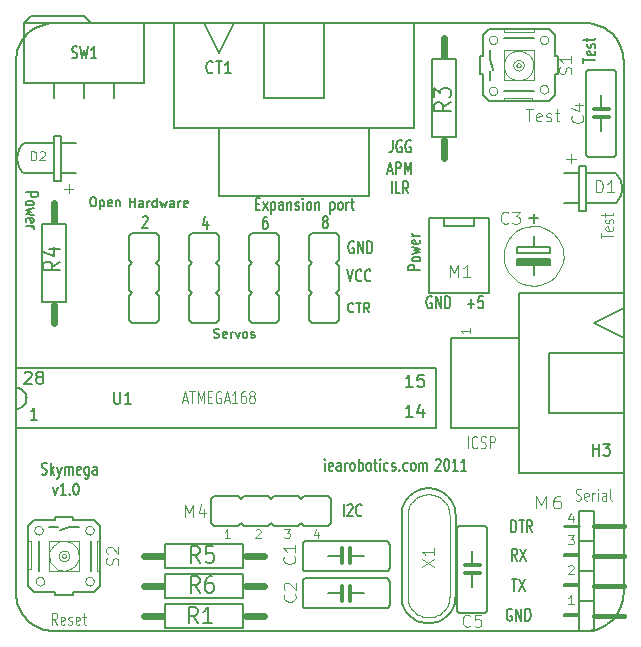
<source format=gto>
G04 (created by PCBNEW-RS274X (2010-00-09 BZR 23xx)-stable) date Sun 13 Nov 2011 01:59:46 PM CET*
G01*
G70*
G90*
%MOIN*%
G04 Gerber Fmt 3.4, Leading zero omitted, Abs format*
%FSLAX34Y34*%
G04 APERTURE LIST*
%ADD10C,0.006000*%
%ADD11C,0.005000*%
%ADD12C,0.003500*%
%ADD13C,0.015000*%
%ADD14C,0.010000*%
%ADD15C,0.002000*%
%ADD16C,0.002500*%
%ADD17C,0.001000*%
%ADD18C,0.024000*%
%ADD19C,0.012000*%
G04 APERTURE END LIST*
G54D10*
G54D11*
X61662Y-25321D02*
X61662Y-25150D01*
X62062Y-25236D02*
X61662Y-25236D01*
X62043Y-24935D02*
X62062Y-24964D01*
X62062Y-25021D01*
X62043Y-25050D01*
X62005Y-25064D01*
X61852Y-25064D01*
X61814Y-25050D01*
X61795Y-25021D01*
X61795Y-24964D01*
X61814Y-24935D01*
X61852Y-24921D01*
X61890Y-24921D01*
X61929Y-25064D01*
X62043Y-24807D02*
X62062Y-24778D01*
X62062Y-24721D01*
X62043Y-24693D01*
X62005Y-24678D01*
X61986Y-24678D01*
X61948Y-24693D01*
X61929Y-24721D01*
X61929Y-24764D01*
X61910Y-24793D01*
X61871Y-24807D01*
X61852Y-24807D01*
X61814Y-24793D01*
X61795Y-24764D01*
X61795Y-24721D01*
X61814Y-24693D01*
X61795Y-24592D02*
X61795Y-24478D01*
X61662Y-24550D02*
X62005Y-24550D01*
X62043Y-24535D01*
X62062Y-24507D01*
X62062Y-24478D01*
X59257Y-40962D02*
X59257Y-40562D01*
X59329Y-40562D01*
X59372Y-40581D01*
X59400Y-40619D01*
X59415Y-40657D01*
X59429Y-40733D01*
X59429Y-40790D01*
X59415Y-40867D01*
X59400Y-40905D01*
X59372Y-40943D01*
X59329Y-40962D01*
X59257Y-40962D01*
X59515Y-40562D02*
X59686Y-40562D01*
X59600Y-40962D02*
X59600Y-40562D01*
X59958Y-40962D02*
X59858Y-40771D01*
X59786Y-40962D02*
X59786Y-40562D01*
X59901Y-40562D01*
X59929Y-40581D01*
X59944Y-40600D01*
X59958Y-40638D01*
X59958Y-40695D01*
X59944Y-40733D01*
X59929Y-40752D01*
X59901Y-40771D01*
X59786Y-40771D01*
G54D12*
X57871Y-34164D02*
X57871Y-34336D01*
X57871Y-34250D02*
X57571Y-34250D01*
X57614Y-34279D01*
X57643Y-34307D01*
X57657Y-34336D01*
X61307Y-40421D02*
X61307Y-40621D01*
X61236Y-40307D02*
X61164Y-40521D01*
X61350Y-40521D01*
G54D11*
X43991Y-39455D02*
X44062Y-39722D01*
X44134Y-39455D01*
X44406Y-39722D02*
X44234Y-39722D01*
X44320Y-39722D02*
X44320Y-39322D01*
X44291Y-39379D01*
X44263Y-39417D01*
X44234Y-39436D01*
X44534Y-39684D02*
X44549Y-39703D01*
X44534Y-39722D01*
X44520Y-39703D01*
X44534Y-39684D01*
X44534Y-39722D01*
X44735Y-39322D02*
X44763Y-39322D01*
X44792Y-39341D01*
X44806Y-39360D01*
X44820Y-39398D01*
X44835Y-39474D01*
X44835Y-39570D01*
X44820Y-39646D01*
X44806Y-39684D01*
X44792Y-39703D01*
X44763Y-39722D01*
X44735Y-39722D01*
X44706Y-39703D01*
X44692Y-39684D01*
X44677Y-39646D01*
X44663Y-39570D01*
X44663Y-39474D01*
X44677Y-39398D01*
X44692Y-39360D01*
X44706Y-39341D01*
X44735Y-39322D01*
X44000Y-24000D02*
X61750Y-24000D01*
X42750Y-25250D02*
X42750Y-43000D01*
X44000Y-24000D02*
X43892Y-24005D01*
X43783Y-24019D01*
X43677Y-24043D01*
X43573Y-24076D01*
X43472Y-24118D01*
X43376Y-24168D01*
X43284Y-24227D01*
X43197Y-24293D01*
X43117Y-24367D01*
X43043Y-24447D01*
X42977Y-24534D01*
X42918Y-24626D01*
X42868Y-24722D01*
X42826Y-24823D01*
X42793Y-24927D01*
X42769Y-25033D01*
X42755Y-25142D01*
X42750Y-25250D01*
X63000Y-43000D02*
X63000Y-25250D01*
X63000Y-25250D02*
X62995Y-25142D01*
X62981Y-25033D01*
X62957Y-24927D01*
X62924Y-24823D01*
X62882Y-24722D01*
X62832Y-24626D01*
X62773Y-24534D01*
X62707Y-24447D01*
X62633Y-24367D01*
X62553Y-24293D01*
X62466Y-24227D01*
X62375Y-24168D01*
X62278Y-24118D01*
X62177Y-24076D01*
X62073Y-24043D01*
X61967Y-24019D01*
X61858Y-24005D01*
X61750Y-24000D01*
X44000Y-44250D02*
X61750Y-44250D01*
X61750Y-44250D02*
X61858Y-44245D01*
X61967Y-44231D01*
X62073Y-44207D01*
X62177Y-44174D01*
X62278Y-44132D01*
X62375Y-44082D01*
X62466Y-44023D01*
X62553Y-43957D01*
X62633Y-43883D01*
X62707Y-43803D01*
X62773Y-43716D01*
X62832Y-43624D01*
X62882Y-43528D01*
X62924Y-43427D01*
X62957Y-43323D01*
X62981Y-43217D01*
X62995Y-43108D01*
X63000Y-43000D01*
X42750Y-43000D02*
X42755Y-43108D01*
X42769Y-43217D01*
X42793Y-43323D01*
X42826Y-43427D01*
X42868Y-43528D01*
X42918Y-43624D01*
X42977Y-43716D01*
X43043Y-43803D01*
X43117Y-43883D01*
X43197Y-43957D01*
X43284Y-44023D01*
X43376Y-44082D01*
X43472Y-44132D01*
X43573Y-44174D01*
X43677Y-44207D01*
X43783Y-44231D01*
X43892Y-44245D01*
X44000Y-44250D01*
X49351Y-34467D02*
X49394Y-34481D01*
X49465Y-34481D01*
X49494Y-34467D01*
X49508Y-34453D01*
X49523Y-34424D01*
X49523Y-34396D01*
X49508Y-34367D01*
X49494Y-34353D01*
X49465Y-34339D01*
X49408Y-34324D01*
X49380Y-34310D01*
X49365Y-34296D01*
X49351Y-34267D01*
X49351Y-34239D01*
X49365Y-34210D01*
X49380Y-34196D01*
X49408Y-34181D01*
X49480Y-34181D01*
X49523Y-34196D01*
X49766Y-34467D02*
X49737Y-34481D01*
X49680Y-34481D01*
X49651Y-34467D01*
X49637Y-34439D01*
X49637Y-34324D01*
X49651Y-34296D01*
X49680Y-34281D01*
X49737Y-34281D01*
X49766Y-34296D01*
X49780Y-34324D01*
X49780Y-34353D01*
X49637Y-34381D01*
X49908Y-34481D02*
X49908Y-34281D01*
X49908Y-34339D02*
X49923Y-34310D01*
X49937Y-34296D01*
X49966Y-34281D01*
X49994Y-34281D01*
X50066Y-34281D02*
X50137Y-34481D01*
X50209Y-34281D01*
X50366Y-34481D02*
X50338Y-34467D01*
X50323Y-34453D01*
X50309Y-34424D01*
X50309Y-34339D01*
X50323Y-34310D01*
X50338Y-34296D01*
X50366Y-34281D01*
X50409Y-34281D01*
X50438Y-34296D01*
X50452Y-34310D01*
X50466Y-34339D01*
X50466Y-34424D01*
X50452Y-34453D01*
X50438Y-34467D01*
X50409Y-34481D01*
X50366Y-34481D01*
X50580Y-34467D02*
X50609Y-34481D01*
X50666Y-34481D01*
X50694Y-34467D01*
X50709Y-34439D01*
X50709Y-34424D01*
X50694Y-34396D01*
X50666Y-34381D01*
X50623Y-34381D01*
X50594Y-34367D01*
X50580Y-34339D01*
X50580Y-34324D01*
X50594Y-34296D01*
X50623Y-34281D01*
X50666Y-34281D01*
X50694Y-34296D01*
X46536Y-30121D02*
X46536Y-29821D01*
X46536Y-29964D02*
X46708Y-29964D01*
X46708Y-30121D02*
X46708Y-29821D01*
X46979Y-30121D02*
X46979Y-29964D01*
X46965Y-29936D01*
X46936Y-29921D01*
X46879Y-29921D01*
X46850Y-29936D01*
X46979Y-30107D02*
X46950Y-30121D01*
X46879Y-30121D01*
X46850Y-30107D01*
X46836Y-30079D01*
X46836Y-30050D01*
X46850Y-30021D01*
X46879Y-30007D01*
X46950Y-30007D01*
X46979Y-29993D01*
X47121Y-30121D02*
X47121Y-29921D01*
X47121Y-29979D02*
X47136Y-29950D01*
X47150Y-29936D01*
X47179Y-29921D01*
X47207Y-29921D01*
X47436Y-30121D02*
X47436Y-29821D01*
X47436Y-30107D02*
X47407Y-30121D01*
X47350Y-30121D01*
X47322Y-30107D01*
X47307Y-30093D01*
X47293Y-30064D01*
X47293Y-29979D01*
X47307Y-29950D01*
X47322Y-29936D01*
X47350Y-29921D01*
X47407Y-29921D01*
X47436Y-29936D01*
X47550Y-29921D02*
X47607Y-30121D01*
X47664Y-29979D01*
X47721Y-30121D01*
X47778Y-29921D01*
X48021Y-30121D02*
X48021Y-29964D01*
X48007Y-29936D01*
X47978Y-29921D01*
X47921Y-29921D01*
X47892Y-29936D01*
X48021Y-30107D02*
X47992Y-30121D01*
X47921Y-30121D01*
X47892Y-30107D01*
X47878Y-30079D01*
X47878Y-30050D01*
X47892Y-30021D01*
X47921Y-30007D01*
X47992Y-30007D01*
X48021Y-29993D01*
X48163Y-30121D02*
X48163Y-29921D01*
X48163Y-29979D02*
X48178Y-29950D01*
X48192Y-29936D01*
X48221Y-29921D01*
X48249Y-29921D01*
X48464Y-30107D02*
X48435Y-30121D01*
X48378Y-30121D01*
X48349Y-30107D01*
X48335Y-30079D01*
X48335Y-29964D01*
X48349Y-29936D01*
X48378Y-29921D01*
X48435Y-29921D01*
X48464Y-29936D01*
X48478Y-29964D01*
X48478Y-29993D01*
X48335Y-30021D01*
X45293Y-29801D02*
X45350Y-29801D01*
X45378Y-29816D01*
X45407Y-29844D01*
X45421Y-29901D01*
X45421Y-30001D01*
X45407Y-30059D01*
X45378Y-30087D01*
X45350Y-30101D01*
X45293Y-30101D01*
X45264Y-30087D01*
X45235Y-30059D01*
X45221Y-30001D01*
X45221Y-29901D01*
X45235Y-29844D01*
X45264Y-29816D01*
X45293Y-29801D01*
X45549Y-29901D02*
X45549Y-30201D01*
X45549Y-29916D02*
X45578Y-29901D01*
X45635Y-29901D01*
X45664Y-29916D01*
X45678Y-29930D01*
X45692Y-29959D01*
X45692Y-30044D01*
X45678Y-30073D01*
X45664Y-30087D01*
X45635Y-30101D01*
X45578Y-30101D01*
X45549Y-30087D01*
X45935Y-30087D02*
X45906Y-30101D01*
X45849Y-30101D01*
X45820Y-30087D01*
X45806Y-30059D01*
X45806Y-29944D01*
X45820Y-29916D01*
X45849Y-29901D01*
X45906Y-29901D01*
X45935Y-29916D01*
X45949Y-29944D01*
X45949Y-29973D01*
X45806Y-30001D01*
X46077Y-29901D02*
X46077Y-30101D01*
X46077Y-29930D02*
X46092Y-29916D01*
X46120Y-29901D01*
X46163Y-29901D01*
X46192Y-29916D01*
X46206Y-29944D01*
X46206Y-30101D01*
X53999Y-33593D02*
X53985Y-33607D01*
X53942Y-33621D01*
X53913Y-33621D01*
X53870Y-33607D01*
X53842Y-33579D01*
X53827Y-33550D01*
X53813Y-33493D01*
X53813Y-33450D01*
X53827Y-33393D01*
X53842Y-33364D01*
X53870Y-33336D01*
X53913Y-33321D01*
X53942Y-33321D01*
X53985Y-33336D01*
X53999Y-33350D01*
X54085Y-33321D02*
X54256Y-33321D01*
X54170Y-33621D02*
X54170Y-33321D01*
X54528Y-33621D02*
X54428Y-33479D01*
X54356Y-33621D02*
X54356Y-33321D01*
X54471Y-33321D01*
X54499Y-33336D01*
X54514Y-33350D01*
X54528Y-33379D01*
X54528Y-33421D01*
X54514Y-33450D01*
X54499Y-33464D01*
X54471Y-33479D01*
X54356Y-33479D01*
X53791Y-32202D02*
X53891Y-32602D01*
X53991Y-32202D01*
X54262Y-32564D02*
X54248Y-32583D01*
X54205Y-32602D01*
X54176Y-32602D01*
X54133Y-32583D01*
X54105Y-32545D01*
X54090Y-32507D01*
X54076Y-32430D01*
X54076Y-32373D01*
X54090Y-32297D01*
X54105Y-32259D01*
X54133Y-32221D01*
X54176Y-32202D01*
X54205Y-32202D01*
X54248Y-32221D01*
X54262Y-32240D01*
X54562Y-32564D02*
X54548Y-32583D01*
X54505Y-32602D01*
X54476Y-32602D01*
X54433Y-32583D01*
X54405Y-32545D01*
X54390Y-32507D01*
X54376Y-32430D01*
X54376Y-32373D01*
X54390Y-32297D01*
X54405Y-32259D01*
X54433Y-32221D01*
X54476Y-32202D01*
X54505Y-32202D01*
X54548Y-32221D01*
X54562Y-32240D01*
X54002Y-31281D02*
X53973Y-31262D01*
X53930Y-31262D01*
X53887Y-31281D01*
X53859Y-31319D01*
X53844Y-31357D01*
X53830Y-31433D01*
X53830Y-31490D01*
X53844Y-31567D01*
X53859Y-31605D01*
X53887Y-31643D01*
X53930Y-31662D01*
X53959Y-31662D01*
X54002Y-31643D01*
X54016Y-31624D01*
X54016Y-31490D01*
X53959Y-31490D01*
X54144Y-31662D02*
X54144Y-31262D01*
X54316Y-31662D01*
X54316Y-31262D01*
X54458Y-31662D02*
X54458Y-31262D01*
X54530Y-31262D01*
X54573Y-31281D01*
X54601Y-31319D01*
X54616Y-31357D01*
X54630Y-31433D01*
X54630Y-31490D01*
X54616Y-31567D01*
X54601Y-31605D01*
X54573Y-31643D01*
X54530Y-31662D01*
X54458Y-31662D01*
X55268Y-29672D02*
X55268Y-29272D01*
X55554Y-29672D02*
X55411Y-29672D01*
X55411Y-29272D01*
X55826Y-29672D02*
X55726Y-29481D01*
X55654Y-29672D02*
X55654Y-29272D01*
X55769Y-29272D01*
X55797Y-29291D01*
X55812Y-29310D01*
X55826Y-29348D01*
X55826Y-29405D01*
X55812Y-29443D01*
X55797Y-29462D01*
X55769Y-29481D01*
X55654Y-29481D01*
X55137Y-28908D02*
X55280Y-28908D01*
X55109Y-29022D02*
X55209Y-28622D01*
X55309Y-29022D01*
X55408Y-29022D02*
X55408Y-28622D01*
X55523Y-28622D01*
X55551Y-28641D01*
X55566Y-28660D01*
X55580Y-28698D01*
X55580Y-28755D01*
X55566Y-28793D01*
X55551Y-28812D01*
X55523Y-28831D01*
X55408Y-28831D01*
X55708Y-29022D02*
X55708Y-28622D01*
X55808Y-28908D01*
X55908Y-28622D01*
X55908Y-29022D01*
X55303Y-27902D02*
X55303Y-28188D01*
X55289Y-28245D01*
X55260Y-28283D01*
X55217Y-28302D01*
X55189Y-28302D01*
X55604Y-27921D02*
X55575Y-27902D01*
X55532Y-27902D01*
X55489Y-27921D01*
X55461Y-27959D01*
X55446Y-27997D01*
X55432Y-28073D01*
X55432Y-28130D01*
X55446Y-28207D01*
X55461Y-28245D01*
X55489Y-28283D01*
X55532Y-28302D01*
X55561Y-28302D01*
X55604Y-28283D01*
X55618Y-28264D01*
X55618Y-28130D01*
X55561Y-28130D01*
X55904Y-27921D02*
X55875Y-27902D01*
X55832Y-27902D01*
X55789Y-27921D01*
X55761Y-27959D01*
X55746Y-27997D01*
X55732Y-28073D01*
X55732Y-28130D01*
X55746Y-28207D01*
X55761Y-28245D01*
X55789Y-28283D01*
X55832Y-28302D01*
X55861Y-28302D01*
X55904Y-28283D01*
X55918Y-28264D01*
X55918Y-28130D01*
X55861Y-28130D01*
X56735Y-38550D02*
X56749Y-38531D01*
X56778Y-38512D01*
X56849Y-38512D01*
X56878Y-38531D01*
X56892Y-38550D01*
X56907Y-38588D01*
X56907Y-38626D01*
X56892Y-38683D01*
X56721Y-38912D01*
X56907Y-38912D01*
X57093Y-38512D02*
X57121Y-38512D01*
X57150Y-38531D01*
X57164Y-38550D01*
X57178Y-38588D01*
X57193Y-38664D01*
X57193Y-38760D01*
X57178Y-38836D01*
X57164Y-38874D01*
X57150Y-38893D01*
X57121Y-38912D01*
X57093Y-38912D01*
X57064Y-38893D01*
X57050Y-38874D01*
X57035Y-38836D01*
X57021Y-38760D01*
X57021Y-38664D01*
X57035Y-38588D01*
X57050Y-38550D01*
X57064Y-38531D01*
X57093Y-38512D01*
X57479Y-38912D02*
X57307Y-38912D01*
X57393Y-38912D02*
X57393Y-38512D01*
X57364Y-38569D01*
X57336Y-38607D01*
X57307Y-38626D01*
X57765Y-38912D02*
X57593Y-38912D01*
X57679Y-38912D02*
X57679Y-38512D01*
X57650Y-38569D01*
X57622Y-38607D01*
X57593Y-38626D01*
X53044Y-38912D02*
X53044Y-38645D01*
X53044Y-38512D02*
X53030Y-38531D01*
X53044Y-38550D01*
X53059Y-38531D01*
X53044Y-38512D01*
X53044Y-38550D01*
X53302Y-38893D02*
X53273Y-38912D01*
X53216Y-38912D01*
X53187Y-38893D01*
X53173Y-38855D01*
X53173Y-38702D01*
X53187Y-38664D01*
X53216Y-38645D01*
X53273Y-38645D01*
X53302Y-38664D01*
X53316Y-38702D01*
X53316Y-38740D01*
X53173Y-38779D01*
X53573Y-38912D02*
X53573Y-38702D01*
X53559Y-38664D01*
X53530Y-38645D01*
X53473Y-38645D01*
X53444Y-38664D01*
X53573Y-38893D02*
X53544Y-38912D01*
X53473Y-38912D01*
X53444Y-38893D01*
X53430Y-38855D01*
X53430Y-38817D01*
X53444Y-38779D01*
X53473Y-38760D01*
X53544Y-38760D01*
X53573Y-38740D01*
X53715Y-38912D02*
X53715Y-38645D01*
X53715Y-38721D02*
X53730Y-38683D01*
X53744Y-38664D01*
X53773Y-38645D01*
X53801Y-38645D01*
X53944Y-38912D02*
X53916Y-38893D01*
X53901Y-38874D01*
X53887Y-38836D01*
X53887Y-38721D01*
X53901Y-38683D01*
X53916Y-38664D01*
X53944Y-38645D01*
X53987Y-38645D01*
X54016Y-38664D01*
X54030Y-38683D01*
X54044Y-38721D01*
X54044Y-38836D01*
X54030Y-38874D01*
X54016Y-38893D01*
X53987Y-38912D01*
X53944Y-38912D01*
X54172Y-38912D02*
X54172Y-38512D01*
X54172Y-38664D02*
X54201Y-38645D01*
X54258Y-38645D01*
X54287Y-38664D01*
X54301Y-38683D01*
X54315Y-38721D01*
X54315Y-38836D01*
X54301Y-38874D01*
X54287Y-38893D01*
X54258Y-38912D01*
X54201Y-38912D01*
X54172Y-38893D01*
X54486Y-38912D02*
X54458Y-38893D01*
X54443Y-38874D01*
X54429Y-38836D01*
X54429Y-38721D01*
X54443Y-38683D01*
X54458Y-38664D01*
X54486Y-38645D01*
X54529Y-38645D01*
X54558Y-38664D01*
X54572Y-38683D01*
X54586Y-38721D01*
X54586Y-38836D01*
X54572Y-38874D01*
X54558Y-38893D01*
X54529Y-38912D01*
X54486Y-38912D01*
X54672Y-38645D02*
X54786Y-38645D01*
X54714Y-38512D02*
X54714Y-38855D01*
X54729Y-38893D01*
X54757Y-38912D01*
X54786Y-38912D01*
X54885Y-38912D02*
X54885Y-38645D01*
X54885Y-38512D02*
X54871Y-38531D01*
X54885Y-38550D01*
X54900Y-38531D01*
X54885Y-38512D01*
X54885Y-38550D01*
X55157Y-38893D02*
X55128Y-38912D01*
X55071Y-38912D01*
X55043Y-38893D01*
X55028Y-38874D01*
X55014Y-38836D01*
X55014Y-38721D01*
X55028Y-38683D01*
X55043Y-38664D01*
X55071Y-38645D01*
X55128Y-38645D01*
X55157Y-38664D01*
X55271Y-38893D02*
X55300Y-38912D01*
X55357Y-38912D01*
X55385Y-38893D01*
X55400Y-38855D01*
X55400Y-38836D01*
X55385Y-38798D01*
X55357Y-38779D01*
X55314Y-38779D01*
X55285Y-38760D01*
X55271Y-38721D01*
X55271Y-38702D01*
X55285Y-38664D01*
X55314Y-38645D01*
X55357Y-38645D01*
X55385Y-38664D01*
X55528Y-38874D02*
X55543Y-38893D01*
X55528Y-38912D01*
X55514Y-38893D01*
X55528Y-38874D01*
X55528Y-38912D01*
X55800Y-38893D02*
X55771Y-38912D01*
X55714Y-38912D01*
X55686Y-38893D01*
X55671Y-38874D01*
X55657Y-38836D01*
X55657Y-38721D01*
X55671Y-38683D01*
X55686Y-38664D01*
X55714Y-38645D01*
X55771Y-38645D01*
X55800Y-38664D01*
X55971Y-38912D02*
X55943Y-38893D01*
X55928Y-38874D01*
X55914Y-38836D01*
X55914Y-38721D01*
X55928Y-38683D01*
X55943Y-38664D01*
X55971Y-38645D01*
X56014Y-38645D01*
X56043Y-38664D01*
X56057Y-38683D01*
X56071Y-38721D01*
X56071Y-38836D01*
X56057Y-38874D01*
X56043Y-38893D01*
X56014Y-38912D01*
X55971Y-38912D01*
X56199Y-38912D02*
X56199Y-38645D01*
X56199Y-38683D02*
X56214Y-38664D01*
X56242Y-38645D01*
X56285Y-38645D01*
X56314Y-38664D01*
X56328Y-38702D01*
X56328Y-38912D01*
X56328Y-38702D02*
X56342Y-38664D01*
X56371Y-38645D01*
X56414Y-38645D01*
X56442Y-38664D01*
X56457Y-38702D01*
X56457Y-38912D01*
X43609Y-39023D02*
X43652Y-39042D01*
X43723Y-39042D01*
X43752Y-39023D01*
X43766Y-39004D01*
X43781Y-38966D01*
X43781Y-38928D01*
X43766Y-38890D01*
X43752Y-38870D01*
X43723Y-38851D01*
X43666Y-38832D01*
X43638Y-38813D01*
X43623Y-38794D01*
X43609Y-38756D01*
X43609Y-38718D01*
X43623Y-38680D01*
X43638Y-38661D01*
X43666Y-38642D01*
X43738Y-38642D01*
X43781Y-38661D01*
X43909Y-39042D02*
X43909Y-38642D01*
X43938Y-38890D02*
X44024Y-39042D01*
X44024Y-38775D02*
X43909Y-38928D01*
X44124Y-38775D02*
X44195Y-39042D01*
X44267Y-38775D02*
X44195Y-39042D01*
X44167Y-39137D01*
X44152Y-39156D01*
X44124Y-39175D01*
X44381Y-39042D02*
X44381Y-38775D01*
X44381Y-38813D02*
X44396Y-38794D01*
X44424Y-38775D01*
X44467Y-38775D01*
X44496Y-38794D01*
X44510Y-38832D01*
X44510Y-39042D01*
X44510Y-38832D02*
X44524Y-38794D01*
X44553Y-38775D01*
X44596Y-38775D01*
X44624Y-38794D01*
X44639Y-38832D01*
X44639Y-39042D01*
X44896Y-39023D02*
X44867Y-39042D01*
X44810Y-39042D01*
X44781Y-39023D01*
X44767Y-38985D01*
X44767Y-38832D01*
X44781Y-38794D01*
X44810Y-38775D01*
X44867Y-38775D01*
X44896Y-38794D01*
X44910Y-38832D01*
X44910Y-38870D01*
X44767Y-38909D01*
X45167Y-38775D02*
X45167Y-39099D01*
X45153Y-39137D01*
X45138Y-39156D01*
X45110Y-39175D01*
X45067Y-39175D01*
X45038Y-39156D01*
X45167Y-39023D02*
X45138Y-39042D01*
X45081Y-39042D01*
X45053Y-39023D01*
X45038Y-39004D01*
X45024Y-38966D01*
X45024Y-38851D01*
X45038Y-38813D01*
X45053Y-38794D01*
X45081Y-38775D01*
X45138Y-38775D01*
X45167Y-38794D01*
X45438Y-39042D02*
X45438Y-38832D01*
X45424Y-38794D01*
X45395Y-38775D01*
X45338Y-38775D01*
X45309Y-38794D01*
X45438Y-39023D02*
X45409Y-39042D01*
X45338Y-39042D01*
X45309Y-39023D01*
X45295Y-38985D01*
X45295Y-38947D01*
X45309Y-38909D01*
X45338Y-38890D01*
X45409Y-38890D01*
X45438Y-38870D01*
X57803Y-33340D02*
X58032Y-33340D01*
X57918Y-33492D02*
X57918Y-33187D01*
X58317Y-33092D02*
X58174Y-33092D01*
X58160Y-33282D01*
X58174Y-33263D01*
X58203Y-33244D01*
X58274Y-33244D01*
X58303Y-33263D01*
X58317Y-33282D01*
X58332Y-33320D01*
X58332Y-33416D01*
X58317Y-33454D01*
X58303Y-33473D01*
X58274Y-33492D01*
X58203Y-33492D01*
X58174Y-33473D01*
X58160Y-33454D01*
X56602Y-33111D02*
X56573Y-33092D01*
X56530Y-33092D01*
X56487Y-33111D01*
X56459Y-33149D01*
X56444Y-33187D01*
X56430Y-33263D01*
X56430Y-33320D01*
X56444Y-33397D01*
X56459Y-33435D01*
X56487Y-33473D01*
X56530Y-33492D01*
X56559Y-33492D01*
X56602Y-33473D01*
X56616Y-33454D01*
X56616Y-33320D01*
X56559Y-33320D01*
X56744Y-33492D02*
X56744Y-33092D01*
X56916Y-33492D01*
X56916Y-33092D01*
X57058Y-33492D02*
X57058Y-33092D01*
X57130Y-33092D01*
X57173Y-33111D01*
X57201Y-33149D01*
X57216Y-33187D01*
X57230Y-33263D01*
X57230Y-33320D01*
X57216Y-33397D01*
X57201Y-33435D01*
X57173Y-33473D01*
X57130Y-33492D01*
X57058Y-33492D01*
X56222Y-32223D02*
X55822Y-32223D01*
X55822Y-32108D01*
X55841Y-32080D01*
X55860Y-32065D01*
X55898Y-32051D01*
X55955Y-32051D01*
X55993Y-32065D01*
X56012Y-32080D01*
X56031Y-32108D01*
X56031Y-32223D01*
X56222Y-31880D02*
X56203Y-31908D01*
X56184Y-31923D01*
X56146Y-31937D01*
X56031Y-31937D01*
X55993Y-31923D01*
X55974Y-31908D01*
X55955Y-31880D01*
X55955Y-31837D01*
X55974Y-31808D01*
X55993Y-31794D01*
X56031Y-31780D01*
X56146Y-31780D01*
X56184Y-31794D01*
X56203Y-31808D01*
X56222Y-31837D01*
X56222Y-31880D01*
X55955Y-31680D02*
X56222Y-31623D01*
X56031Y-31566D01*
X56222Y-31509D01*
X55955Y-31452D01*
X56203Y-31223D02*
X56222Y-31252D01*
X56222Y-31309D01*
X56203Y-31338D01*
X56165Y-31352D01*
X56012Y-31352D01*
X55974Y-31338D01*
X55955Y-31309D01*
X55955Y-31252D01*
X55974Y-31223D01*
X56012Y-31209D01*
X56050Y-31209D01*
X56089Y-31352D01*
X56222Y-31081D02*
X55955Y-31081D01*
X56031Y-31081D02*
X55993Y-31066D01*
X55974Y-31052D01*
X55955Y-31023D01*
X55955Y-30995D01*
X43068Y-29627D02*
X43468Y-29627D01*
X43468Y-29742D01*
X43449Y-29770D01*
X43430Y-29785D01*
X43392Y-29799D01*
X43335Y-29799D01*
X43297Y-29785D01*
X43278Y-29770D01*
X43259Y-29742D01*
X43259Y-29627D01*
X43068Y-29970D02*
X43087Y-29942D01*
X43106Y-29927D01*
X43144Y-29913D01*
X43259Y-29913D01*
X43297Y-29927D01*
X43316Y-29942D01*
X43335Y-29970D01*
X43335Y-30013D01*
X43316Y-30042D01*
X43297Y-30056D01*
X43259Y-30070D01*
X43144Y-30070D01*
X43106Y-30056D01*
X43087Y-30042D01*
X43068Y-30013D01*
X43068Y-29970D01*
X43335Y-30170D02*
X43068Y-30227D01*
X43259Y-30284D01*
X43068Y-30341D01*
X43335Y-30398D01*
X43087Y-30627D02*
X43068Y-30598D01*
X43068Y-30541D01*
X43087Y-30512D01*
X43125Y-30498D01*
X43278Y-30498D01*
X43316Y-30512D01*
X43335Y-30541D01*
X43335Y-30598D01*
X43316Y-30627D01*
X43278Y-30641D01*
X43240Y-30641D01*
X43201Y-30498D01*
X43068Y-30769D02*
X43335Y-30769D01*
X43259Y-30769D02*
X43297Y-30784D01*
X43316Y-30798D01*
X43335Y-30827D01*
X43335Y-30855D01*
X53667Y-40432D02*
X53667Y-40032D01*
X53796Y-40070D02*
X53810Y-40051D01*
X53839Y-40032D01*
X53910Y-40032D01*
X53939Y-40051D01*
X53953Y-40070D01*
X53968Y-40108D01*
X53968Y-40146D01*
X53953Y-40203D01*
X53782Y-40432D01*
X53968Y-40432D01*
X54268Y-40394D02*
X54254Y-40413D01*
X54211Y-40432D01*
X54182Y-40432D01*
X54139Y-40413D01*
X54111Y-40375D01*
X54096Y-40337D01*
X54082Y-40260D01*
X54082Y-40203D01*
X54096Y-40127D01*
X54111Y-40089D01*
X54139Y-40051D01*
X54182Y-40032D01*
X54211Y-40032D01*
X54254Y-40051D01*
X54268Y-40070D01*
X59272Y-43531D02*
X59243Y-43512D01*
X59200Y-43512D01*
X59157Y-43531D01*
X59129Y-43569D01*
X59114Y-43607D01*
X59100Y-43683D01*
X59100Y-43740D01*
X59114Y-43817D01*
X59129Y-43855D01*
X59157Y-43893D01*
X59200Y-43912D01*
X59229Y-43912D01*
X59272Y-43893D01*
X59286Y-43874D01*
X59286Y-43740D01*
X59229Y-43740D01*
X59414Y-43912D02*
X59414Y-43512D01*
X59586Y-43912D01*
X59586Y-43512D01*
X59728Y-43912D02*
X59728Y-43512D01*
X59800Y-43512D01*
X59843Y-43531D01*
X59871Y-43569D01*
X59886Y-43607D01*
X59900Y-43683D01*
X59900Y-43740D01*
X59886Y-43817D01*
X59871Y-43855D01*
X59843Y-43893D01*
X59800Y-43912D01*
X59728Y-43912D01*
X59450Y-41912D02*
X59350Y-41721D01*
X59278Y-41912D02*
X59278Y-41512D01*
X59393Y-41512D01*
X59421Y-41531D01*
X59436Y-41550D01*
X59450Y-41588D01*
X59450Y-41645D01*
X59436Y-41683D01*
X59421Y-41702D01*
X59393Y-41721D01*
X59278Y-41721D01*
X59550Y-41512D02*
X59750Y-41912D01*
X59750Y-41512D02*
X59550Y-41912D01*
X59272Y-42512D02*
X59443Y-42512D01*
X59357Y-42912D02*
X59357Y-42512D01*
X59515Y-42512D02*
X59715Y-42912D01*
X59715Y-42512D02*
X59515Y-42912D01*
G54D12*
X61407Y-39893D02*
X61450Y-39912D01*
X61521Y-39912D01*
X61550Y-39893D01*
X61564Y-39874D01*
X61579Y-39836D01*
X61579Y-39798D01*
X61564Y-39760D01*
X61550Y-39740D01*
X61521Y-39721D01*
X61464Y-39702D01*
X61436Y-39683D01*
X61421Y-39664D01*
X61407Y-39626D01*
X61407Y-39588D01*
X61421Y-39550D01*
X61436Y-39531D01*
X61464Y-39512D01*
X61536Y-39512D01*
X61579Y-39531D01*
X61822Y-39893D02*
X61793Y-39912D01*
X61736Y-39912D01*
X61707Y-39893D01*
X61693Y-39855D01*
X61693Y-39702D01*
X61707Y-39664D01*
X61736Y-39645D01*
X61793Y-39645D01*
X61822Y-39664D01*
X61836Y-39702D01*
X61836Y-39740D01*
X61693Y-39779D01*
X61964Y-39912D02*
X61964Y-39645D01*
X61964Y-39721D02*
X61979Y-39683D01*
X61993Y-39664D01*
X62022Y-39645D01*
X62050Y-39645D01*
X62150Y-39912D02*
X62150Y-39645D01*
X62150Y-39512D02*
X62136Y-39531D01*
X62150Y-39550D01*
X62165Y-39531D01*
X62150Y-39512D01*
X62150Y-39550D01*
X62422Y-39912D02*
X62422Y-39702D01*
X62408Y-39664D01*
X62379Y-39645D01*
X62322Y-39645D01*
X62293Y-39664D01*
X62422Y-39893D02*
X62393Y-39912D01*
X62322Y-39912D01*
X62293Y-39893D01*
X62279Y-39855D01*
X62279Y-39817D01*
X62293Y-39779D01*
X62322Y-39760D01*
X62393Y-39760D01*
X62422Y-39740D01*
X62607Y-39912D02*
X62579Y-39893D01*
X62564Y-39855D01*
X62564Y-39512D01*
X57807Y-38162D02*
X57807Y-37762D01*
X58122Y-38124D02*
X58108Y-38143D01*
X58065Y-38162D01*
X58036Y-38162D01*
X57993Y-38143D01*
X57965Y-38105D01*
X57950Y-38067D01*
X57936Y-37990D01*
X57936Y-37933D01*
X57950Y-37857D01*
X57965Y-37819D01*
X57993Y-37781D01*
X58036Y-37762D01*
X58065Y-37762D01*
X58108Y-37781D01*
X58122Y-37800D01*
X58236Y-38143D02*
X58279Y-38162D01*
X58350Y-38162D01*
X58379Y-38143D01*
X58393Y-38124D01*
X58408Y-38086D01*
X58408Y-38048D01*
X58393Y-38010D01*
X58379Y-37990D01*
X58350Y-37971D01*
X58293Y-37952D01*
X58265Y-37933D01*
X58250Y-37914D01*
X58236Y-37876D01*
X58236Y-37838D01*
X58250Y-37800D01*
X58265Y-37781D01*
X58293Y-37762D01*
X58365Y-37762D01*
X58408Y-37781D01*
X58536Y-38162D02*
X58536Y-37762D01*
X58651Y-37762D01*
X58679Y-37781D01*
X58694Y-37800D01*
X58708Y-37838D01*
X58708Y-37895D01*
X58694Y-37933D01*
X58679Y-37952D01*
X58651Y-37971D01*
X58536Y-37971D01*
G54D11*
X50740Y-30012D02*
X50840Y-30012D01*
X50883Y-30222D02*
X50740Y-30222D01*
X50740Y-29822D01*
X50883Y-29822D01*
X50983Y-30222D02*
X51140Y-29955D01*
X50983Y-29955D02*
X51140Y-30222D01*
X51254Y-29955D02*
X51254Y-30355D01*
X51254Y-29974D02*
X51283Y-29955D01*
X51340Y-29955D01*
X51369Y-29974D01*
X51383Y-29993D01*
X51397Y-30031D01*
X51397Y-30146D01*
X51383Y-30184D01*
X51369Y-30203D01*
X51340Y-30222D01*
X51283Y-30222D01*
X51254Y-30203D01*
X51654Y-30222D02*
X51654Y-30012D01*
X51640Y-29974D01*
X51611Y-29955D01*
X51554Y-29955D01*
X51525Y-29974D01*
X51654Y-30203D02*
X51625Y-30222D01*
X51554Y-30222D01*
X51525Y-30203D01*
X51511Y-30165D01*
X51511Y-30127D01*
X51525Y-30089D01*
X51554Y-30070D01*
X51625Y-30070D01*
X51654Y-30050D01*
X51796Y-29955D02*
X51796Y-30222D01*
X51796Y-29993D02*
X51811Y-29974D01*
X51839Y-29955D01*
X51882Y-29955D01*
X51911Y-29974D01*
X51925Y-30012D01*
X51925Y-30222D01*
X52053Y-30203D02*
X52082Y-30222D01*
X52139Y-30222D01*
X52167Y-30203D01*
X52182Y-30165D01*
X52182Y-30146D01*
X52167Y-30108D01*
X52139Y-30089D01*
X52096Y-30089D01*
X52067Y-30070D01*
X52053Y-30031D01*
X52053Y-30012D01*
X52067Y-29974D01*
X52096Y-29955D01*
X52139Y-29955D01*
X52167Y-29974D01*
X52310Y-30222D02*
X52310Y-29955D01*
X52310Y-29822D02*
X52296Y-29841D01*
X52310Y-29860D01*
X52325Y-29841D01*
X52310Y-29822D01*
X52310Y-29860D01*
X52496Y-30222D02*
X52468Y-30203D01*
X52453Y-30184D01*
X52439Y-30146D01*
X52439Y-30031D01*
X52453Y-29993D01*
X52468Y-29974D01*
X52496Y-29955D01*
X52539Y-29955D01*
X52568Y-29974D01*
X52582Y-29993D01*
X52596Y-30031D01*
X52596Y-30146D01*
X52582Y-30184D01*
X52568Y-30203D01*
X52539Y-30222D01*
X52496Y-30222D01*
X52724Y-29955D02*
X52724Y-30222D01*
X52724Y-29993D02*
X52739Y-29974D01*
X52767Y-29955D01*
X52810Y-29955D01*
X52839Y-29974D01*
X52853Y-30012D01*
X52853Y-30222D01*
X53224Y-29955D02*
X53224Y-30355D01*
X53224Y-29974D02*
X53253Y-29955D01*
X53310Y-29955D01*
X53339Y-29974D01*
X53353Y-29993D01*
X53367Y-30031D01*
X53367Y-30146D01*
X53353Y-30184D01*
X53339Y-30203D01*
X53310Y-30222D01*
X53253Y-30222D01*
X53224Y-30203D01*
X53538Y-30222D02*
X53510Y-30203D01*
X53495Y-30184D01*
X53481Y-30146D01*
X53481Y-30031D01*
X53495Y-29993D01*
X53510Y-29974D01*
X53538Y-29955D01*
X53581Y-29955D01*
X53610Y-29974D01*
X53624Y-29993D01*
X53638Y-30031D01*
X53638Y-30146D01*
X53624Y-30184D01*
X53610Y-30203D01*
X53581Y-30222D01*
X53538Y-30222D01*
X53766Y-30222D02*
X53766Y-29955D01*
X53766Y-30031D02*
X53781Y-29993D01*
X53795Y-29974D01*
X53824Y-29955D01*
X53852Y-29955D01*
X53910Y-29955D02*
X54024Y-29955D01*
X53952Y-29822D02*
X53952Y-30165D01*
X53967Y-30203D01*
X53995Y-30222D01*
X54024Y-30222D01*
G54D12*
X62262Y-31171D02*
X62262Y-31000D01*
X62662Y-31086D02*
X62262Y-31086D01*
X62643Y-30785D02*
X62662Y-30814D01*
X62662Y-30871D01*
X62643Y-30900D01*
X62605Y-30914D01*
X62452Y-30914D01*
X62414Y-30900D01*
X62395Y-30871D01*
X62395Y-30814D01*
X62414Y-30785D01*
X62452Y-30771D01*
X62490Y-30771D01*
X62529Y-30914D01*
X62643Y-30657D02*
X62662Y-30628D01*
X62662Y-30571D01*
X62643Y-30543D01*
X62605Y-30528D01*
X62586Y-30528D01*
X62548Y-30543D01*
X62529Y-30571D01*
X62529Y-30614D01*
X62510Y-30643D01*
X62471Y-30657D01*
X62452Y-30657D01*
X62414Y-30643D01*
X62395Y-30614D01*
X62395Y-30571D01*
X62414Y-30543D01*
X62395Y-30442D02*
X62395Y-30328D01*
X62262Y-30400D02*
X62605Y-30400D01*
X62643Y-30385D01*
X62662Y-30357D01*
X62662Y-30328D01*
X61150Y-41071D02*
X61336Y-41071D01*
X61236Y-41186D01*
X61278Y-41186D01*
X61307Y-41200D01*
X61321Y-41214D01*
X61336Y-41243D01*
X61336Y-41314D01*
X61321Y-41343D01*
X61307Y-41357D01*
X61278Y-41371D01*
X61193Y-41371D01*
X61164Y-41357D01*
X61150Y-41343D01*
X61164Y-42100D02*
X61178Y-42086D01*
X61207Y-42071D01*
X61278Y-42071D01*
X61307Y-42086D01*
X61321Y-42100D01*
X61336Y-42129D01*
X61336Y-42157D01*
X61321Y-42200D01*
X61150Y-42371D01*
X61336Y-42371D01*
X61336Y-43371D02*
X61164Y-43371D01*
X61250Y-43371D02*
X61250Y-43071D01*
X61221Y-43114D01*
X61193Y-43143D01*
X61164Y-43157D01*
X52817Y-40961D02*
X52817Y-41161D01*
X52746Y-40847D02*
X52674Y-41061D01*
X52860Y-41061D01*
X51690Y-40861D02*
X51876Y-40861D01*
X51776Y-40976D01*
X51818Y-40976D01*
X51847Y-40990D01*
X51861Y-41004D01*
X51876Y-41033D01*
X51876Y-41104D01*
X51861Y-41133D01*
X51847Y-41147D01*
X51818Y-41161D01*
X51733Y-41161D01*
X51704Y-41147D01*
X51690Y-41133D01*
X50734Y-40890D02*
X50748Y-40876D01*
X50777Y-40861D01*
X50848Y-40861D01*
X50877Y-40876D01*
X50891Y-40890D01*
X50906Y-40919D01*
X50906Y-40947D01*
X50891Y-40990D01*
X50720Y-41161D01*
X50906Y-41161D01*
X49876Y-41161D02*
X49704Y-41161D01*
X49790Y-41161D02*
X49790Y-40861D01*
X49761Y-40904D01*
X49733Y-40933D01*
X49704Y-40947D01*
G54D11*
X53031Y-30603D02*
X53003Y-30584D01*
X52988Y-30565D01*
X52974Y-30527D01*
X52974Y-30508D01*
X52988Y-30470D01*
X53003Y-30451D01*
X53031Y-30432D01*
X53088Y-30432D01*
X53117Y-30451D01*
X53131Y-30470D01*
X53146Y-30508D01*
X53146Y-30527D01*
X53131Y-30565D01*
X53117Y-30584D01*
X53088Y-30603D01*
X53031Y-30603D01*
X53003Y-30622D01*
X52988Y-30641D01*
X52974Y-30680D01*
X52974Y-30756D01*
X52988Y-30794D01*
X53003Y-30813D01*
X53031Y-30832D01*
X53088Y-30832D01*
X53117Y-30813D01*
X53131Y-30794D01*
X53146Y-30756D01*
X53146Y-30680D01*
X53131Y-30641D01*
X53117Y-30622D01*
X53088Y-30603D01*
X51117Y-30452D02*
X51060Y-30452D01*
X51031Y-30471D01*
X51017Y-30490D01*
X50988Y-30547D01*
X50974Y-30623D01*
X50974Y-30776D01*
X50988Y-30814D01*
X51003Y-30833D01*
X51031Y-30852D01*
X51088Y-30852D01*
X51117Y-30833D01*
X51131Y-30814D01*
X51146Y-30776D01*
X51146Y-30680D01*
X51131Y-30642D01*
X51117Y-30623D01*
X51088Y-30604D01*
X51031Y-30604D01*
X51003Y-30623D01*
X50988Y-30642D01*
X50974Y-30680D01*
X49127Y-30575D02*
X49127Y-30842D01*
X49056Y-30423D02*
X48984Y-30709D01*
X49170Y-30709D01*
X46974Y-30460D02*
X46988Y-30441D01*
X47017Y-30422D01*
X47088Y-30422D01*
X47117Y-30441D01*
X47131Y-30460D01*
X47146Y-30498D01*
X47146Y-30536D01*
X47131Y-30593D01*
X46960Y-30822D01*
X47146Y-30822D01*
G54D13*
X62000Y-43750D02*
X63000Y-43750D01*
X62000Y-42750D02*
X63000Y-42750D01*
X62000Y-41750D02*
X63000Y-41750D01*
X62000Y-40750D02*
X63000Y-40750D01*
G54D11*
X61500Y-40250D02*
X62000Y-40250D01*
X62000Y-40250D02*
X62000Y-41250D01*
X61500Y-41250D02*
X61500Y-40250D01*
G54D14*
X61500Y-40750D02*
X61000Y-40750D01*
G54D11*
X62000Y-41250D02*
X62000Y-44250D01*
X61500Y-44250D02*
X61500Y-41250D01*
X61000Y-43700D02*
X61000Y-43750D01*
X61000Y-43700D02*
X61500Y-43700D01*
X61000Y-42700D02*
X61000Y-42750D01*
X61000Y-42700D02*
X61500Y-42700D01*
X61000Y-41700D02*
X61000Y-41750D01*
X61000Y-41700D02*
X61500Y-41700D01*
X61500Y-43250D02*
X62000Y-43250D01*
X61500Y-42250D02*
X62000Y-42250D01*
X61500Y-41250D02*
X62000Y-41250D01*
X61000Y-43750D02*
X61500Y-43750D01*
X61000Y-42750D02*
X61500Y-42750D01*
X61000Y-41750D02*
X61500Y-41750D01*
X61500Y-44250D02*
X62000Y-44250D01*
X42750Y-36850D02*
X42750Y-37500D01*
X42750Y-35500D02*
X42750Y-36150D01*
X42750Y-36850D02*
X42780Y-36848D01*
X42810Y-36844D01*
X42840Y-36838D01*
X42869Y-36828D01*
X42897Y-36817D01*
X42925Y-36803D01*
X42950Y-36786D01*
X42974Y-36768D01*
X42997Y-36747D01*
X43018Y-36724D01*
X43036Y-36700D01*
X43053Y-36674D01*
X43067Y-36647D01*
X43078Y-36619D01*
X43088Y-36590D01*
X43094Y-36560D01*
X43098Y-36530D01*
X43100Y-36500D01*
X43100Y-36500D02*
X43098Y-36470D01*
X43094Y-36440D01*
X43088Y-36410D01*
X43078Y-36381D01*
X43067Y-36353D01*
X43053Y-36326D01*
X43036Y-36300D01*
X43018Y-36276D01*
X42997Y-36253D01*
X42974Y-36232D01*
X42950Y-36214D01*
X42925Y-36197D01*
X42897Y-36183D01*
X42869Y-36172D01*
X42840Y-36162D01*
X42810Y-36156D01*
X42780Y-36152D01*
X42750Y-36150D01*
X42750Y-37500D02*
X56750Y-37500D01*
X56750Y-37500D02*
X56750Y-35500D01*
X42750Y-35500D02*
X56750Y-35500D01*
X56000Y-27500D02*
X56000Y-24000D01*
X48000Y-27500D02*
X48000Y-24000D01*
X51000Y-24000D02*
X51000Y-26500D01*
X51000Y-26500D02*
X53000Y-26500D01*
X53000Y-26500D02*
X53000Y-24000D01*
X49500Y-25000D02*
X50000Y-24000D01*
X49000Y-24000D02*
X49500Y-25000D01*
X48000Y-24000D02*
X56000Y-24000D01*
X49500Y-27500D02*
X48000Y-27500D01*
X54500Y-27500D02*
X56000Y-27500D01*
X49500Y-27500D02*
X54500Y-27500D01*
X54500Y-27750D02*
X54500Y-27500D01*
X49500Y-27750D02*
X49500Y-27500D01*
X49500Y-29750D02*
X49500Y-27750D01*
X49500Y-29750D02*
X54500Y-29750D01*
X54500Y-29750D02*
X54500Y-27750D01*
X60800Y-25700D02*
X60700Y-25700D01*
X60800Y-25700D02*
X60800Y-25100D01*
X60700Y-25100D02*
X60800Y-25100D01*
X60700Y-25000D02*
X60700Y-24400D01*
X58200Y-25100D02*
X58300Y-25100D01*
X58200Y-25100D02*
X58200Y-25700D01*
X58300Y-25700D02*
X58200Y-25700D01*
X60700Y-24400D02*
X60500Y-24200D01*
X60500Y-26600D02*
X60700Y-26400D01*
X60700Y-26400D02*
X60700Y-25800D01*
X58500Y-24200D02*
X58300Y-24400D01*
X58300Y-24400D02*
X58300Y-25000D01*
X58500Y-26600D02*
X58300Y-26400D01*
X58300Y-26400D02*
X58300Y-25800D01*
G54D15*
X59000Y-24900D02*
X59000Y-25900D01*
X60000Y-25900D02*
X59000Y-25900D01*
X60000Y-25900D02*
X60000Y-24900D01*
X59000Y-24900D02*
X60000Y-24900D01*
X59000Y-24200D02*
X59000Y-24300D01*
X60000Y-24300D02*
X59000Y-24300D01*
X60000Y-24300D02*
X60000Y-24200D01*
X59950Y-26500D02*
X59000Y-26500D01*
X59950Y-26500D02*
X59950Y-26600D01*
X59000Y-26500D02*
X59000Y-26600D01*
G54D11*
X60500Y-26600D02*
X60350Y-26600D01*
X58500Y-26600D02*
X58650Y-26600D01*
X58650Y-26600D02*
X59000Y-26600D01*
X58500Y-24200D02*
X58650Y-24200D01*
X60500Y-24200D02*
X60350Y-24200D01*
X60350Y-24200D02*
X60000Y-24200D01*
X60000Y-24200D02*
X59000Y-24200D01*
X59000Y-24200D02*
X58650Y-24200D01*
X59000Y-26600D02*
X59950Y-26600D01*
X59950Y-26600D02*
X60350Y-26600D01*
X60700Y-25700D02*
X60700Y-25800D01*
X60700Y-25100D02*
X60700Y-25000D01*
X58300Y-25700D02*
X58300Y-25800D01*
X58300Y-25100D02*
X58300Y-25000D01*
X59000Y-26250D02*
X60000Y-26250D01*
X60000Y-24500D02*
X59000Y-24500D01*
X58550Y-24900D02*
X58550Y-25200D01*
X58550Y-25600D02*
X58550Y-25900D01*
X58550Y-25200D02*
X58650Y-25550D01*
G54D16*
X59994Y-25400D02*
X59984Y-25495D01*
X59956Y-25588D01*
X59911Y-25673D01*
X59850Y-25748D01*
X59776Y-25809D01*
X59691Y-25855D01*
X59599Y-25883D01*
X59503Y-25893D01*
X59408Y-25885D01*
X59315Y-25858D01*
X59230Y-25813D01*
X59155Y-25752D01*
X59093Y-25679D01*
X59046Y-25594D01*
X59017Y-25502D01*
X59007Y-25406D01*
X59015Y-25311D01*
X59041Y-25219D01*
X59085Y-25133D01*
X59145Y-25057D01*
X59219Y-24995D01*
X59303Y-24948D01*
X59394Y-24918D01*
X59490Y-24907D01*
X59585Y-24914D01*
X59678Y-24940D01*
X59764Y-24983D01*
X59840Y-25043D01*
X59903Y-25116D01*
X59951Y-25200D01*
X59981Y-25291D01*
X59993Y-25387D01*
X59994Y-25400D01*
X58791Y-26250D02*
X58788Y-26277D01*
X58780Y-26303D01*
X58767Y-26328D01*
X58750Y-26349D01*
X58728Y-26366D01*
X58704Y-26379D01*
X58678Y-26388D01*
X58650Y-26390D01*
X58624Y-26388D01*
X58598Y-26380D01*
X58573Y-26367D01*
X58552Y-26350D01*
X58534Y-26329D01*
X58521Y-26305D01*
X58513Y-26279D01*
X58510Y-26251D01*
X58512Y-26225D01*
X58519Y-26199D01*
X58532Y-26174D01*
X58549Y-26153D01*
X58570Y-26135D01*
X58594Y-26121D01*
X58620Y-26113D01*
X58648Y-26110D01*
X58674Y-26112D01*
X58700Y-26119D01*
X58725Y-26131D01*
X58747Y-26148D01*
X58765Y-26169D01*
X58778Y-26193D01*
X58787Y-26219D01*
X58790Y-26247D01*
X58791Y-26250D01*
X60491Y-26200D02*
X60488Y-26227D01*
X60480Y-26253D01*
X60467Y-26278D01*
X60450Y-26299D01*
X60428Y-26316D01*
X60404Y-26329D01*
X60378Y-26338D01*
X60350Y-26340D01*
X60324Y-26338D01*
X60298Y-26330D01*
X60273Y-26317D01*
X60252Y-26300D01*
X60234Y-26279D01*
X60221Y-26255D01*
X60213Y-26229D01*
X60210Y-26201D01*
X60212Y-26175D01*
X60219Y-26149D01*
X60232Y-26124D01*
X60249Y-26103D01*
X60270Y-26085D01*
X60294Y-26071D01*
X60320Y-26063D01*
X60348Y-26060D01*
X60374Y-26062D01*
X60400Y-26069D01*
X60425Y-26081D01*
X60447Y-26098D01*
X60465Y-26119D01*
X60478Y-26143D01*
X60487Y-26169D01*
X60490Y-26197D01*
X60491Y-26200D01*
X60491Y-24550D02*
X60488Y-24577D01*
X60480Y-24603D01*
X60467Y-24628D01*
X60450Y-24649D01*
X60428Y-24666D01*
X60404Y-24679D01*
X60378Y-24688D01*
X60350Y-24690D01*
X60324Y-24688D01*
X60298Y-24680D01*
X60273Y-24667D01*
X60252Y-24650D01*
X60234Y-24629D01*
X60221Y-24605D01*
X60213Y-24579D01*
X60210Y-24551D01*
X60212Y-24525D01*
X60219Y-24499D01*
X60232Y-24474D01*
X60249Y-24453D01*
X60270Y-24435D01*
X60294Y-24421D01*
X60320Y-24413D01*
X60348Y-24410D01*
X60374Y-24412D01*
X60400Y-24419D01*
X60425Y-24431D01*
X60447Y-24448D01*
X60465Y-24469D01*
X60478Y-24493D01*
X60487Y-24519D01*
X60490Y-24547D01*
X60491Y-24550D01*
X58791Y-24550D02*
X58788Y-24577D01*
X58780Y-24603D01*
X58767Y-24628D01*
X58750Y-24649D01*
X58728Y-24666D01*
X58704Y-24679D01*
X58678Y-24688D01*
X58650Y-24690D01*
X58624Y-24688D01*
X58598Y-24680D01*
X58573Y-24667D01*
X58552Y-24650D01*
X58534Y-24629D01*
X58521Y-24605D01*
X58513Y-24579D01*
X58510Y-24551D01*
X58512Y-24525D01*
X58519Y-24499D01*
X58532Y-24474D01*
X58549Y-24453D01*
X58570Y-24435D01*
X58594Y-24421D01*
X58620Y-24413D01*
X58648Y-24410D01*
X58674Y-24412D01*
X58700Y-24419D01*
X58725Y-24431D01*
X58747Y-24448D01*
X58765Y-24469D01*
X58778Y-24493D01*
X58787Y-24519D01*
X58790Y-24547D01*
X58791Y-24550D01*
G54D17*
X59676Y-25400D02*
X59672Y-25434D01*
X59662Y-25467D01*
X59646Y-25497D01*
X59624Y-25524D01*
X59598Y-25545D01*
X59568Y-25562D01*
X59535Y-25572D01*
X59501Y-25575D01*
X59468Y-25572D01*
X59435Y-25563D01*
X59404Y-25547D01*
X59377Y-25525D01*
X59355Y-25499D01*
X59339Y-25469D01*
X59328Y-25436D01*
X59325Y-25402D01*
X59327Y-25369D01*
X59337Y-25336D01*
X59353Y-25305D01*
X59374Y-25278D01*
X59400Y-25256D01*
X59430Y-25239D01*
X59463Y-25229D01*
X59497Y-25225D01*
X59530Y-25227D01*
X59563Y-25236D01*
X59594Y-25252D01*
X59621Y-25273D01*
X59643Y-25299D01*
X59660Y-25329D01*
X59671Y-25362D01*
X59675Y-25396D01*
X59676Y-25400D01*
G54D16*
X59570Y-25400D02*
X59568Y-25413D01*
X59564Y-25426D01*
X59558Y-25438D01*
X59549Y-25449D01*
X59539Y-25458D01*
X59527Y-25464D01*
X59514Y-25468D01*
X59500Y-25469D01*
X59487Y-25468D01*
X59474Y-25464D01*
X59462Y-25458D01*
X59452Y-25450D01*
X59443Y-25439D01*
X59436Y-25427D01*
X59432Y-25414D01*
X59431Y-25400D01*
X59432Y-25388D01*
X59435Y-25375D01*
X59442Y-25363D01*
X59450Y-25352D01*
X59461Y-25343D01*
X59472Y-25336D01*
X59485Y-25332D01*
X59499Y-25331D01*
X59512Y-25332D01*
X59525Y-25335D01*
X59537Y-25341D01*
X59548Y-25350D01*
X59557Y-25360D01*
X59563Y-25372D01*
X59568Y-25385D01*
X59569Y-25399D01*
X59570Y-25400D01*
G54D11*
X44050Y-43050D02*
X44050Y-42950D01*
X44050Y-43050D02*
X44650Y-43050D01*
X44650Y-42950D02*
X44650Y-43050D01*
X44750Y-42950D02*
X45350Y-42950D01*
X44650Y-40450D02*
X44650Y-40550D01*
X44650Y-40450D02*
X44050Y-40450D01*
X44050Y-40550D02*
X44050Y-40450D01*
X45350Y-42950D02*
X45550Y-42750D01*
X43150Y-42750D02*
X43350Y-42950D01*
X43350Y-42950D02*
X43950Y-42950D01*
X45550Y-40750D02*
X45350Y-40550D01*
X45350Y-40550D02*
X44750Y-40550D01*
X43150Y-40750D02*
X43350Y-40550D01*
X43350Y-40550D02*
X43950Y-40550D01*
G54D15*
X44850Y-41250D02*
X43850Y-41250D01*
X43850Y-42250D02*
X43850Y-41250D01*
X43850Y-42250D02*
X44850Y-42250D01*
X44850Y-41250D02*
X44850Y-42250D01*
X45550Y-41250D02*
X45450Y-41250D01*
X45450Y-42250D02*
X45450Y-41250D01*
X45450Y-42250D02*
X45550Y-42250D01*
X43250Y-42200D02*
X43250Y-41250D01*
X43250Y-42200D02*
X43150Y-42200D01*
X43250Y-41250D02*
X43150Y-41250D01*
G54D11*
X43150Y-42750D02*
X43150Y-42600D01*
X43150Y-40750D02*
X43150Y-40900D01*
X43150Y-40900D02*
X43150Y-41250D01*
X45550Y-40750D02*
X45550Y-40900D01*
X45550Y-42750D02*
X45550Y-42600D01*
X45550Y-42600D02*
X45550Y-42250D01*
X45550Y-42250D02*
X45550Y-41250D01*
X45550Y-41250D02*
X45550Y-40900D01*
X43150Y-41250D02*
X43150Y-42200D01*
X43150Y-42200D02*
X43150Y-42600D01*
X44050Y-42950D02*
X43950Y-42950D01*
X44650Y-42950D02*
X44750Y-42950D01*
X44050Y-40550D02*
X43950Y-40550D01*
X44650Y-40550D02*
X44750Y-40550D01*
X43500Y-41250D02*
X43500Y-42250D01*
X45250Y-42250D02*
X45250Y-41250D01*
X44850Y-40800D02*
X44550Y-40800D01*
X44150Y-40800D02*
X43850Y-40800D01*
X44550Y-40800D02*
X44200Y-40900D01*
G54D16*
X44844Y-41750D02*
X44834Y-41845D01*
X44806Y-41938D01*
X44761Y-42023D01*
X44700Y-42098D01*
X44626Y-42159D01*
X44541Y-42205D01*
X44449Y-42233D01*
X44353Y-42243D01*
X44258Y-42235D01*
X44165Y-42208D01*
X44080Y-42163D01*
X44005Y-42102D01*
X43943Y-42029D01*
X43896Y-41944D01*
X43867Y-41852D01*
X43857Y-41756D01*
X43865Y-41661D01*
X43891Y-41569D01*
X43935Y-41483D01*
X43995Y-41407D01*
X44069Y-41345D01*
X44153Y-41298D01*
X44244Y-41268D01*
X44340Y-41257D01*
X44435Y-41264D01*
X44528Y-41290D01*
X44614Y-41333D01*
X44690Y-41393D01*
X44753Y-41466D01*
X44801Y-41550D01*
X44831Y-41641D01*
X44843Y-41737D01*
X44844Y-41750D01*
X43641Y-40900D02*
X43638Y-40927D01*
X43630Y-40953D01*
X43617Y-40978D01*
X43600Y-40999D01*
X43578Y-41016D01*
X43554Y-41029D01*
X43528Y-41038D01*
X43500Y-41040D01*
X43474Y-41038D01*
X43448Y-41030D01*
X43423Y-41017D01*
X43402Y-41000D01*
X43384Y-40979D01*
X43371Y-40955D01*
X43363Y-40929D01*
X43360Y-40901D01*
X43362Y-40875D01*
X43369Y-40849D01*
X43382Y-40824D01*
X43399Y-40803D01*
X43420Y-40785D01*
X43444Y-40771D01*
X43470Y-40763D01*
X43498Y-40760D01*
X43524Y-40762D01*
X43550Y-40769D01*
X43575Y-40781D01*
X43597Y-40798D01*
X43615Y-40819D01*
X43628Y-40843D01*
X43637Y-40869D01*
X43640Y-40897D01*
X43641Y-40900D01*
X43691Y-42600D02*
X43688Y-42627D01*
X43680Y-42653D01*
X43667Y-42678D01*
X43650Y-42699D01*
X43628Y-42716D01*
X43604Y-42729D01*
X43578Y-42738D01*
X43550Y-42740D01*
X43524Y-42738D01*
X43498Y-42730D01*
X43473Y-42717D01*
X43452Y-42700D01*
X43434Y-42679D01*
X43421Y-42655D01*
X43413Y-42629D01*
X43410Y-42601D01*
X43412Y-42575D01*
X43419Y-42549D01*
X43432Y-42524D01*
X43449Y-42503D01*
X43470Y-42485D01*
X43494Y-42471D01*
X43520Y-42463D01*
X43548Y-42460D01*
X43574Y-42462D01*
X43600Y-42469D01*
X43625Y-42481D01*
X43647Y-42498D01*
X43665Y-42519D01*
X43678Y-42543D01*
X43687Y-42569D01*
X43690Y-42597D01*
X43691Y-42600D01*
X45341Y-42600D02*
X45338Y-42627D01*
X45330Y-42653D01*
X45317Y-42678D01*
X45300Y-42699D01*
X45278Y-42716D01*
X45254Y-42729D01*
X45228Y-42738D01*
X45200Y-42740D01*
X45174Y-42738D01*
X45148Y-42730D01*
X45123Y-42717D01*
X45102Y-42700D01*
X45084Y-42679D01*
X45071Y-42655D01*
X45063Y-42629D01*
X45060Y-42601D01*
X45062Y-42575D01*
X45069Y-42549D01*
X45082Y-42524D01*
X45099Y-42503D01*
X45120Y-42485D01*
X45144Y-42471D01*
X45170Y-42463D01*
X45198Y-42460D01*
X45224Y-42462D01*
X45250Y-42469D01*
X45275Y-42481D01*
X45297Y-42498D01*
X45315Y-42519D01*
X45328Y-42543D01*
X45337Y-42569D01*
X45340Y-42597D01*
X45341Y-42600D01*
X45341Y-40900D02*
X45338Y-40927D01*
X45330Y-40953D01*
X45317Y-40978D01*
X45300Y-40999D01*
X45278Y-41016D01*
X45254Y-41029D01*
X45228Y-41038D01*
X45200Y-41040D01*
X45174Y-41038D01*
X45148Y-41030D01*
X45123Y-41017D01*
X45102Y-41000D01*
X45084Y-40979D01*
X45071Y-40955D01*
X45063Y-40929D01*
X45060Y-40901D01*
X45062Y-40875D01*
X45069Y-40849D01*
X45082Y-40824D01*
X45099Y-40803D01*
X45120Y-40785D01*
X45144Y-40771D01*
X45170Y-40763D01*
X45198Y-40760D01*
X45224Y-40762D01*
X45250Y-40769D01*
X45275Y-40781D01*
X45297Y-40798D01*
X45315Y-40819D01*
X45328Y-40843D01*
X45337Y-40869D01*
X45340Y-40897D01*
X45341Y-40900D01*
G54D17*
X44526Y-41750D02*
X44522Y-41784D01*
X44512Y-41817D01*
X44496Y-41847D01*
X44474Y-41874D01*
X44448Y-41895D01*
X44418Y-41912D01*
X44385Y-41922D01*
X44351Y-41925D01*
X44318Y-41922D01*
X44285Y-41913D01*
X44254Y-41897D01*
X44227Y-41875D01*
X44205Y-41849D01*
X44189Y-41819D01*
X44178Y-41786D01*
X44175Y-41752D01*
X44177Y-41719D01*
X44187Y-41686D01*
X44203Y-41655D01*
X44224Y-41628D01*
X44250Y-41606D01*
X44280Y-41589D01*
X44313Y-41579D01*
X44347Y-41575D01*
X44380Y-41577D01*
X44413Y-41586D01*
X44444Y-41602D01*
X44471Y-41623D01*
X44493Y-41649D01*
X44510Y-41679D01*
X44521Y-41712D01*
X44525Y-41746D01*
X44526Y-41750D01*
G54D16*
X44420Y-41750D02*
X44418Y-41763D01*
X44414Y-41776D01*
X44408Y-41788D01*
X44399Y-41799D01*
X44389Y-41808D01*
X44377Y-41814D01*
X44364Y-41818D01*
X44350Y-41819D01*
X44337Y-41818D01*
X44324Y-41814D01*
X44312Y-41808D01*
X44302Y-41800D01*
X44293Y-41789D01*
X44286Y-41777D01*
X44282Y-41764D01*
X44281Y-41750D01*
X44282Y-41738D01*
X44285Y-41725D01*
X44292Y-41713D01*
X44300Y-41702D01*
X44311Y-41693D01*
X44322Y-41686D01*
X44335Y-41682D01*
X44349Y-41681D01*
X44362Y-41682D01*
X44375Y-41685D01*
X44387Y-41691D01*
X44398Y-41700D01*
X44407Y-41710D01*
X44413Y-41722D01*
X44418Y-41735D01*
X44419Y-41749D01*
X44420Y-41750D01*
G54D11*
X46600Y-34000D02*
X46500Y-33900D01*
X46500Y-33900D02*
X46500Y-33100D01*
X47500Y-33900D02*
X47400Y-34000D01*
X47400Y-34000D02*
X46600Y-34000D01*
X47400Y-31000D02*
X47500Y-31100D01*
X47500Y-31100D02*
X47500Y-31900D01*
X47500Y-31900D02*
X47400Y-32000D01*
X47400Y-32000D02*
X47500Y-32100D01*
X47500Y-32100D02*
X47500Y-32900D01*
X47500Y-32900D02*
X47400Y-33000D01*
X47400Y-33000D02*
X47500Y-33100D01*
X47500Y-33100D02*
X47500Y-33900D01*
X46500Y-31100D02*
X46600Y-31000D01*
X46600Y-31000D02*
X47400Y-31000D01*
X46500Y-33100D02*
X46600Y-33000D01*
X46600Y-33000D02*
X46500Y-32900D01*
X46500Y-32900D02*
X46500Y-32100D01*
X46500Y-32100D02*
X46600Y-32000D01*
X46600Y-32000D02*
X46500Y-31900D01*
X46500Y-31900D02*
X46500Y-31100D01*
X48600Y-34000D02*
X48500Y-33900D01*
X48500Y-33900D02*
X48500Y-33100D01*
X49500Y-33900D02*
X49400Y-34000D01*
X49400Y-34000D02*
X48600Y-34000D01*
X49400Y-31000D02*
X49500Y-31100D01*
X49500Y-31100D02*
X49500Y-31900D01*
X49500Y-31900D02*
X49400Y-32000D01*
X49400Y-32000D02*
X49500Y-32100D01*
X49500Y-32100D02*
X49500Y-32900D01*
X49500Y-32900D02*
X49400Y-33000D01*
X49400Y-33000D02*
X49500Y-33100D01*
X49500Y-33100D02*
X49500Y-33900D01*
X48500Y-31100D02*
X48600Y-31000D01*
X48600Y-31000D02*
X49400Y-31000D01*
X48500Y-33100D02*
X48600Y-33000D01*
X48600Y-33000D02*
X48500Y-32900D01*
X48500Y-32900D02*
X48500Y-32100D01*
X48500Y-32100D02*
X48600Y-32000D01*
X48600Y-32000D02*
X48500Y-31900D01*
X48500Y-31900D02*
X48500Y-31100D01*
X50600Y-34000D02*
X50500Y-33900D01*
X50500Y-33900D02*
X50500Y-33100D01*
X51500Y-33900D02*
X51400Y-34000D01*
X51400Y-34000D02*
X50600Y-34000D01*
X51400Y-31000D02*
X51500Y-31100D01*
X51500Y-31100D02*
X51500Y-31900D01*
X51500Y-31900D02*
X51400Y-32000D01*
X51400Y-32000D02*
X51500Y-32100D01*
X51500Y-32100D02*
X51500Y-32900D01*
X51500Y-32900D02*
X51400Y-33000D01*
X51400Y-33000D02*
X51500Y-33100D01*
X51500Y-33100D02*
X51500Y-33900D01*
X50500Y-31100D02*
X50600Y-31000D01*
X50600Y-31000D02*
X51400Y-31000D01*
X50500Y-33100D02*
X50600Y-33000D01*
X50600Y-33000D02*
X50500Y-32900D01*
X50500Y-32900D02*
X50500Y-32100D01*
X50500Y-32100D02*
X50600Y-32000D01*
X50600Y-32000D02*
X50500Y-31900D01*
X50500Y-31900D02*
X50500Y-31100D01*
X52600Y-34000D02*
X52500Y-33900D01*
X52500Y-33900D02*
X52500Y-33100D01*
X53500Y-33900D02*
X53400Y-34000D01*
X53400Y-34000D02*
X52600Y-34000D01*
X53400Y-31000D02*
X53500Y-31100D01*
X53500Y-31100D02*
X53500Y-31900D01*
X53500Y-31900D02*
X53400Y-32000D01*
X53400Y-32000D02*
X53500Y-32100D01*
X53500Y-32100D02*
X53500Y-32900D01*
X53500Y-32900D02*
X53400Y-33000D01*
X53400Y-33000D02*
X53500Y-33100D01*
X53500Y-33100D02*
X53500Y-33900D01*
X52500Y-31100D02*
X52600Y-31000D01*
X52600Y-31000D02*
X53400Y-31000D01*
X52500Y-33100D02*
X52600Y-33000D01*
X52600Y-33000D02*
X52500Y-32900D01*
X52500Y-32900D02*
X52500Y-32100D01*
X52500Y-32100D02*
X52600Y-32000D01*
X52600Y-32000D02*
X52500Y-31900D01*
X52500Y-31900D02*
X52500Y-31100D01*
G54D18*
X47000Y-43750D02*
X47600Y-43750D01*
X51000Y-43750D02*
X50400Y-43750D01*
G54D11*
X50300Y-44150D02*
X50300Y-43350D01*
X50300Y-43350D02*
X47700Y-43350D01*
X47700Y-43350D02*
X47700Y-44150D01*
X47700Y-44150D02*
X50300Y-44150D01*
G54D18*
X47000Y-41750D02*
X47600Y-41750D01*
X51000Y-41750D02*
X50400Y-41750D01*
G54D11*
X50300Y-42150D02*
X50300Y-41350D01*
X50300Y-41350D02*
X47700Y-41350D01*
X47700Y-41350D02*
X47700Y-42150D01*
X47700Y-42150D02*
X50300Y-42150D01*
G54D18*
X47000Y-42750D02*
X47600Y-42750D01*
X51000Y-42750D02*
X50400Y-42750D01*
G54D11*
X50300Y-43150D02*
X50300Y-42350D01*
X50300Y-42350D02*
X47700Y-42350D01*
X47700Y-42350D02*
X47700Y-43150D01*
X47700Y-43150D02*
X50300Y-43150D01*
G54D18*
X57000Y-28500D02*
X57000Y-27900D01*
X57000Y-24500D02*
X57000Y-25100D01*
G54D11*
X57400Y-25200D02*
X56600Y-25200D01*
X56600Y-25200D02*
X56600Y-27800D01*
X56600Y-27800D02*
X57400Y-27800D01*
X57400Y-27800D02*
X57400Y-25200D01*
G54D18*
X44000Y-30000D02*
X44000Y-30600D01*
X44000Y-34000D02*
X44000Y-33400D01*
G54D11*
X43600Y-33300D02*
X44400Y-33300D01*
X44400Y-33300D02*
X44400Y-30700D01*
X44400Y-30700D02*
X43600Y-30700D01*
X43600Y-30700D02*
X43600Y-33300D01*
X53250Y-40650D02*
X53150Y-40750D01*
X53150Y-40750D02*
X52350Y-40750D01*
X52350Y-40750D02*
X52250Y-40650D01*
X52250Y-39850D02*
X52350Y-39750D01*
X52350Y-39750D02*
X53150Y-39750D01*
X53150Y-39750D02*
X53250Y-39850D01*
X52250Y-40650D02*
X52150Y-40750D01*
X52150Y-40750D02*
X51350Y-40750D01*
X52150Y-39750D02*
X52250Y-39850D01*
X53250Y-39850D02*
X53250Y-40650D01*
X49250Y-39850D02*
X49350Y-39750D01*
X49350Y-39750D02*
X50150Y-39750D01*
X50150Y-39750D02*
X50250Y-39850D01*
X50250Y-39850D02*
X50350Y-39750D01*
X50350Y-39750D02*
X51150Y-39750D01*
X51150Y-39750D02*
X51250Y-39850D01*
X51250Y-39850D02*
X51350Y-39750D01*
X51350Y-39750D02*
X52150Y-39750D01*
X49350Y-40750D02*
X49250Y-40650D01*
X49250Y-40650D02*
X49250Y-39850D01*
X51350Y-40750D02*
X51250Y-40650D01*
X51250Y-40650D02*
X51150Y-40750D01*
X51150Y-40750D02*
X50350Y-40750D01*
X50350Y-40750D02*
X50250Y-40650D01*
X50250Y-40650D02*
X50150Y-40750D01*
X50150Y-40750D02*
X49350Y-40750D01*
X55600Y-40400D02*
X55600Y-43100D01*
X57400Y-43100D02*
X57400Y-40400D01*
G54D15*
X55800Y-40400D02*
X55800Y-43100D01*
X57200Y-43100D02*
X57200Y-40400D01*
X56500Y-43800D02*
X56561Y-43797D01*
X56621Y-43789D01*
X56681Y-43776D01*
X56739Y-43757D01*
X56795Y-43734D01*
X56850Y-43706D01*
X56901Y-43673D01*
X56949Y-43636D01*
X56994Y-43594D01*
X57036Y-43549D01*
X57073Y-43501D01*
X57106Y-43449D01*
X57134Y-43395D01*
X57157Y-43339D01*
X57176Y-43281D01*
X57189Y-43221D01*
X57197Y-43161D01*
X57200Y-43100D01*
G54D11*
X56500Y-44000D02*
X56578Y-43996D01*
X56656Y-43986D01*
X56732Y-43969D01*
X56807Y-43945D01*
X56880Y-43915D01*
X56950Y-43879D01*
X57016Y-43837D01*
X57078Y-43789D01*
X57136Y-43736D01*
X57189Y-43678D01*
X57237Y-43616D01*
X57279Y-43549D01*
X57315Y-43480D01*
X57345Y-43407D01*
X57369Y-43332D01*
X57386Y-43256D01*
X57396Y-43178D01*
X57400Y-43100D01*
G54D15*
X55800Y-43100D02*
X55803Y-43161D01*
X55811Y-43221D01*
X55824Y-43281D01*
X55843Y-43339D01*
X55866Y-43395D01*
X55894Y-43449D01*
X55927Y-43501D01*
X55964Y-43549D01*
X56006Y-43594D01*
X56051Y-43636D01*
X56099Y-43673D01*
X56151Y-43706D01*
X56205Y-43734D01*
X56261Y-43757D01*
X56319Y-43776D01*
X56379Y-43789D01*
X56439Y-43797D01*
X56500Y-43800D01*
G54D11*
X55600Y-43100D02*
X55604Y-43178D01*
X55614Y-43256D01*
X55631Y-43332D01*
X55655Y-43407D01*
X55685Y-43480D01*
X55721Y-43549D01*
X55763Y-43616D01*
X55811Y-43678D01*
X55864Y-43736D01*
X55922Y-43789D01*
X55984Y-43837D01*
X56051Y-43879D01*
X56120Y-43915D01*
X56193Y-43945D01*
X56268Y-43969D01*
X56344Y-43986D01*
X56422Y-43996D01*
X56500Y-44000D01*
X56500Y-39500D02*
X56422Y-39504D01*
X56344Y-39514D01*
X56268Y-39531D01*
X56193Y-39555D01*
X56120Y-39585D01*
X56051Y-39621D01*
X55984Y-39663D01*
X55922Y-39711D01*
X55864Y-39764D01*
X55811Y-39822D01*
X55763Y-39884D01*
X55721Y-39951D01*
X55685Y-40020D01*
X55655Y-40093D01*
X55631Y-40168D01*
X55614Y-40244D01*
X55604Y-40322D01*
X55600Y-40400D01*
G54D15*
X56500Y-39700D02*
X56439Y-39703D01*
X56379Y-39711D01*
X56319Y-39724D01*
X56261Y-39743D01*
X56205Y-39766D01*
X56151Y-39794D01*
X56099Y-39827D01*
X56051Y-39864D01*
X56006Y-39906D01*
X55964Y-39951D01*
X55927Y-39999D01*
X55894Y-40051D01*
X55866Y-40105D01*
X55843Y-40161D01*
X55824Y-40219D01*
X55811Y-40279D01*
X55803Y-40339D01*
X55800Y-40400D01*
X57200Y-40400D02*
X57197Y-40339D01*
X57189Y-40279D01*
X57176Y-40219D01*
X57157Y-40161D01*
X57134Y-40105D01*
X57106Y-40051D01*
X57073Y-39999D01*
X57036Y-39951D01*
X56994Y-39906D01*
X56949Y-39864D01*
X56901Y-39827D01*
X56850Y-39794D01*
X56795Y-39766D01*
X56739Y-39743D01*
X56681Y-39724D01*
X56621Y-39711D01*
X56561Y-39703D01*
X56500Y-39700D01*
G54D11*
X57400Y-40400D02*
X57396Y-40322D01*
X57386Y-40244D01*
X57369Y-40168D01*
X57345Y-40093D01*
X57315Y-40020D01*
X57279Y-39951D01*
X57237Y-39884D01*
X57189Y-39822D01*
X57136Y-39764D01*
X57078Y-39711D01*
X57016Y-39663D01*
X56950Y-39621D01*
X56880Y-39585D01*
X56807Y-39555D01*
X56732Y-39531D01*
X56656Y-39514D01*
X56578Y-39504D01*
X56500Y-39500D01*
X52400Y-42500D02*
X52392Y-42501D01*
X52383Y-42502D01*
X52375Y-42504D01*
X52366Y-42507D01*
X52358Y-42510D01*
X52351Y-42514D01*
X52343Y-42519D01*
X52336Y-42524D01*
X52330Y-42530D01*
X52324Y-42536D01*
X52319Y-42543D01*
X52314Y-42551D01*
X52310Y-42558D01*
X52307Y-42566D01*
X52304Y-42575D01*
X52302Y-42583D01*
X52301Y-42592D01*
X52300Y-42600D01*
X52300Y-43400D02*
X52301Y-43408D01*
X52302Y-43417D01*
X52304Y-43425D01*
X52307Y-43434D01*
X52310Y-43442D01*
X52314Y-43449D01*
X52319Y-43457D01*
X52324Y-43464D01*
X52330Y-43470D01*
X52336Y-43476D01*
X52343Y-43481D01*
X52351Y-43486D01*
X52358Y-43490D01*
X52366Y-43493D01*
X52375Y-43496D01*
X52383Y-43498D01*
X52392Y-43499D01*
X52400Y-43500D01*
X55100Y-43500D02*
X55108Y-43499D01*
X55117Y-43498D01*
X55125Y-43496D01*
X55134Y-43493D01*
X55142Y-43490D01*
X55150Y-43486D01*
X55157Y-43481D01*
X55164Y-43476D01*
X55170Y-43470D01*
X55176Y-43464D01*
X55181Y-43457D01*
X55186Y-43449D01*
X55190Y-43442D01*
X55193Y-43434D01*
X55196Y-43425D01*
X55198Y-43417D01*
X55199Y-43408D01*
X55200Y-43400D01*
X55200Y-42600D02*
X55199Y-42592D01*
X55198Y-42583D01*
X55196Y-42575D01*
X55193Y-42566D01*
X55190Y-42558D01*
X55186Y-42551D01*
X55181Y-42543D01*
X55176Y-42536D01*
X55170Y-42530D01*
X55164Y-42524D01*
X55157Y-42519D01*
X55150Y-42514D01*
X55142Y-42510D01*
X55134Y-42507D01*
X55125Y-42504D01*
X55117Y-42502D01*
X55108Y-42501D01*
X55100Y-42500D01*
G54D19*
X53870Y-43250D02*
X53870Y-43000D01*
X53870Y-43000D02*
X53870Y-42750D01*
G54D11*
X53870Y-43000D02*
X54350Y-43000D01*
G54D19*
X53620Y-43250D02*
X53620Y-43000D01*
X53620Y-43000D02*
X53620Y-42750D01*
G54D11*
X53620Y-43000D02*
X53150Y-43000D01*
X55200Y-43400D02*
X55200Y-42600D01*
X55100Y-42500D02*
X52400Y-42500D01*
X52300Y-42600D02*
X52300Y-43400D01*
X52400Y-43500D02*
X55100Y-43500D01*
X52400Y-41250D02*
X52392Y-41251D01*
X52383Y-41252D01*
X52375Y-41254D01*
X52366Y-41257D01*
X52358Y-41260D01*
X52351Y-41264D01*
X52343Y-41269D01*
X52336Y-41274D01*
X52330Y-41280D01*
X52324Y-41286D01*
X52319Y-41293D01*
X52314Y-41301D01*
X52310Y-41308D01*
X52307Y-41316D01*
X52304Y-41325D01*
X52302Y-41333D01*
X52301Y-41342D01*
X52300Y-41350D01*
X52300Y-42150D02*
X52301Y-42158D01*
X52302Y-42167D01*
X52304Y-42175D01*
X52307Y-42184D01*
X52310Y-42192D01*
X52314Y-42199D01*
X52319Y-42207D01*
X52324Y-42214D01*
X52330Y-42220D01*
X52336Y-42226D01*
X52343Y-42231D01*
X52351Y-42236D01*
X52358Y-42240D01*
X52366Y-42243D01*
X52375Y-42246D01*
X52383Y-42248D01*
X52392Y-42249D01*
X52400Y-42250D01*
X55100Y-42250D02*
X55108Y-42249D01*
X55117Y-42248D01*
X55125Y-42246D01*
X55134Y-42243D01*
X55142Y-42240D01*
X55150Y-42236D01*
X55157Y-42231D01*
X55164Y-42226D01*
X55170Y-42220D01*
X55176Y-42214D01*
X55181Y-42207D01*
X55186Y-42199D01*
X55190Y-42192D01*
X55193Y-42184D01*
X55196Y-42175D01*
X55198Y-42167D01*
X55199Y-42158D01*
X55200Y-42150D01*
X55200Y-41350D02*
X55199Y-41342D01*
X55198Y-41333D01*
X55196Y-41325D01*
X55193Y-41316D01*
X55190Y-41308D01*
X55186Y-41301D01*
X55181Y-41293D01*
X55176Y-41286D01*
X55170Y-41280D01*
X55164Y-41274D01*
X55157Y-41269D01*
X55150Y-41264D01*
X55142Y-41260D01*
X55134Y-41257D01*
X55125Y-41254D01*
X55117Y-41252D01*
X55108Y-41251D01*
X55100Y-41250D01*
G54D19*
X53870Y-42000D02*
X53870Y-41750D01*
X53870Y-41750D02*
X53870Y-41500D01*
G54D11*
X53870Y-41750D02*
X54350Y-41750D01*
G54D19*
X53620Y-42000D02*
X53620Y-41750D01*
X53620Y-41750D02*
X53620Y-41500D01*
G54D11*
X53620Y-41750D02*
X53150Y-41750D01*
X55200Y-42150D02*
X55200Y-41350D01*
X55100Y-41250D02*
X52400Y-41250D01*
X52300Y-41350D02*
X52300Y-42150D01*
X52400Y-42250D02*
X55100Y-42250D01*
X60500Y-32050D02*
X60500Y-31850D01*
X59500Y-31900D02*
X59500Y-31850D01*
X59500Y-32050D02*
X59500Y-31900D01*
X60550Y-32000D02*
X59500Y-32000D01*
X59500Y-32000D02*
X59500Y-31950D01*
X59500Y-31950D02*
X60500Y-31950D01*
X60500Y-31950D02*
X60500Y-31900D01*
X60500Y-31900D02*
X59500Y-31900D01*
X60000Y-31450D02*
X60000Y-31100D01*
X59450Y-32050D02*
X60550Y-32050D01*
X60550Y-32050D02*
X60550Y-31850D01*
X60550Y-31850D02*
X59450Y-31850D01*
X59450Y-31850D02*
X59450Y-32050D01*
X60000Y-31650D02*
X59450Y-31650D01*
X59450Y-31650D02*
X59450Y-31450D01*
X59450Y-31450D02*
X60550Y-31450D01*
X60550Y-31450D02*
X60550Y-31650D01*
X60000Y-31650D02*
X60550Y-31650D01*
X60000Y-32400D02*
X60000Y-32050D01*
X60100Y-30500D02*
X60150Y-30500D01*
X60000Y-30650D02*
X60000Y-30350D01*
X59850Y-30500D02*
X60100Y-30500D01*
G54D12*
X61000Y-31750D02*
X60980Y-31944D01*
X60924Y-32131D01*
X60832Y-32303D01*
X60709Y-32454D01*
X60559Y-32579D01*
X60387Y-32671D01*
X60201Y-32729D01*
X60006Y-32749D01*
X59813Y-32732D01*
X59626Y-32677D01*
X59453Y-32586D01*
X59301Y-32464D01*
X59175Y-32314D01*
X59081Y-32143D01*
X59022Y-31957D01*
X59001Y-31763D01*
X59017Y-31570D01*
X59071Y-31382D01*
X59160Y-31209D01*
X59281Y-31056D01*
X59430Y-30929D01*
X59600Y-30834D01*
X59786Y-30774D01*
X59980Y-30751D01*
X60173Y-30766D01*
X60361Y-30818D01*
X60535Y-30906D01*
X60689Y-31026D01*
X60817Y-31174D01*
X60913Y-31344D01*
X60975Y-31529D01*
X60999Y-31723D01*
X61000Y-31750D01*
G54D11*
X62750Y-25650D02*
X62749Y-25642D01*
X62748Y-25633D01*
X62746Y-25625D01*
X62743Y-25616D01*
X62740Y-25608D01*
X62736Y-25601D01*
X62731Y-25593D01*
X62726Y-25586D01*
X62720Y-25580D01*
X62714Y-25574D01*
X62707Y-25569D01*
X62700Y-25564D01*
X62692Y-25560D01*
X62684Y-25557D01*
X62675Y-25554D01*
X62667Y-25552D01*
X62658Y-25551D01*
X62650Y-25550D01*
X61850Y-25550D02*
X61842Y-25551D01*
X61833Y-25552D01*
X61825Y-25554D01*
X61816Y-25557D01*
X61808Y-25560D01*
X61801Y-25564D01*
X61793Y-25569D01*
X61786Y-25574D01*
X61780Y-25580D01*
X61774Y-25586D01*
X61769Y-25593D01*
X61764Y-25601D01*
X61760Y-25608D01*
X61757Y-25616D01*
X61754Y-25625D01*
X61752Y-25633D01*
X61751Y-25642D01*
X61750Y-25650D01*
X61750Y-28350D02*
X61751Y-28358D01*
X61752Y-28367D01*
X61754Y-28375D01*
X61757Y-28384D01*
X61760Y-28392D01*
X61764Y-28399D01*
X61769Y-28407D01*
X61774Y-28414D01*
X61780Y-28420D01*
X61786Y-28426D01*
X61793Y-28431D01*
X61801Y-28436D01*
X61808Y-28440D01*
X61816Y-28443D01*
X61825Y-28446D01*
X61833Y-28448D01*
X61842Y-28449D01*
X61850Y-28450D01*
X62650Y-28450D02*
X62658Y-28449D01*
X62667Y-28448D01*
X62675Y-28446D01*
X62684Y-28443D01*
X62692Y-28440D01*
X62700Y-28436D01*
X62707Y-28431D01*
X62714Y-28426D01*
X62720Y-28420D01*
X62726Y-28414D01*
X62731Y-28407D01*
X62736Y-28399D01*
X62740Y-28392D01*
X62743Y-28384D01*
X62746Y-28375D01*
X62748Y-28367D01*
X62749Y-28358D01*
X62750Y-28350D01*
G54D19*
X62000Y-27120D02*
X62250Y-27120D01*
X62250Y-27120D02*
X62500Y-27120D01*
G54D11*
X62250Y-27120D02*
X62250Y-27600D01*
G54D19*
X62000Y-26870D02*
X62250Y-26870D01*
X62250Y-26870D02*
X62500Y-26870D01*
G54D11*
X62250Y-26870D02*
X62250Y-26400D01*
X61850Y-28450D02*
X62650Y-28450D01*
X62750Y-28350D02*
X62750Y-25650D01*
X62650Y-25550D02*
X61850Y-25550D01*
X61750Y-25650D02*
X61750Y-28350D01*
X57000Y-30500D02*
X57000Y-30750D01*
X57000Y-30750D02*
X58000Y-30750D01*
X58000Y-30750D02*
X58000Y-30500D01*
X56500Y-30500D02*
X58500Y-30500D01*
X58500Y-30500D02*
X58500Y-33000D01*
X58500Y-33000D02*
X56500Y-33000D01*
X56500Y-33000D02*
X56500Y-30500D01*
X62749Y-29999D02*
X62791Y-29954D01*
X62829Y-29905D01*
X62862Y-29853D01*
X62890Y-29798D01*
X62914Y-29741D01*
X62932Y-29682D01*
X62946Y-29622D01*
X62954Y-29561D01*
X62957Y-29500D01*
X62954Y-29439D01*
X62946Y-29378D01*
X62932Y-29318D01*
X62914Y-29259D01*
X62890Y-29202D01*
X62862Y-29147D01*
X62829Y-29095D01*
X62791Y-29046D01*
X62749Y-29001D01*
X61750Y-30000D02*
X62750Y-30000D01*
X61750Y-29000D02*
X62750Y-29000D01*
X61000Y-30000D02*
X61500Y-30000D01*
X61000Y-29000D02*
X61500Y-29000D01*
X61500Y-28750D02*
X61500Y-30250D01*
X61500Y-30250D02*
X61750Y-30250D01*
X61750Y-30250D02*
X61750Y-28750D01*
X61750Y-28750D02*
X61500Y-28750D01*
X43001Y-28001D02*
X42959Y-28046D01*
X42921Y-28095D01*
X42888Y-28147D01*
X42860Y-28202D01*
X42836Y-28259D01*
X42818Y-28318D01*
X42804Y-28378D01*
X42796Y-28439D01*
X42793Y-28500D01*
X42796Y-28561D01*
X42804Y-28622D01*
X42818Y-28682D01*
X42836Y-28741D01*
X42860Y-28798D01*
X42888Y-28853D01*
X42921Y-28905D01*
X42959Y-28954D01*
X43001Y-28999D01*
X44000Y-28000D02*
X43000Y-28000D01*
X44000Y-29000D02*
X43000Y-29000D01*
X44750Y-28000D02*
X44250Y-28000D01*
X44750Y-29000D02*
X44250Y-29000D01*
X44250Y-29250D02*
X44250Y-27750D01*
X44250Y-27750D02*
X44000Y-27750D01*
X44000Y-27750D02*
X44000Y-29250D01*
X44000Y-29250D02*
X44250Y-29250D01*
X46000Y-26500D02*
X46000Y-26000D01*
X45000Y-26500D02*
X45000Y-26000D01*
X44000Y-26500D02*
X44000Y-26000D01*
X43250Y-23750D02*
X45000Y-23750D01*
X43000Y-24000D02*
X43250Y-23750D01*
X45000Y-23750D02*
X45250Y-24000D01*
X43000Y-26000D02*
X43000Y-24000D01*
X43000Y-24000D02*
X47000Y-24000D01*
X47000Y-24000D02*
X47000Y-26000D01*
X43000Y-26000D02*
X47000Y-26000D01*
X59500Y-34500D02*
X59500Y-39000D01*
X63000Y-33000D02*
X63000Y-39000D01*
X59500Y-39000D02*
X63000Y-39000D01*
X57250Y-34500D02*
X57250Y-37500D01*
X57250Y-37500D02*
X59500Y-37500D01*
X59500Y-33000D02*
X63000Y-33000D01*
X63000Y-35000D02*
X60500Y-35000D01*
X60500Y-35000D02*
X60500Y-37000D01*
X60500Y-37000D02*
X63000Y-37000D01*
X62000Y-34000D02*
X63000Y-34500D01*
X63000Y-33500D02*
X62000Y-34000D01*
X59500Y-34500D02*
X59500Y-33000D01*
X59250Y-34500D02*
X59500Y-34500D01*
X57250Y-34500D02*
X59250Y-34500D01*
X58450Y-40850D02*
X58449Y-40842D01*
X58448Y-40833D01*
X58446Y-40825D01*
X58443Y-40816D01*
X58440Y-40808D01*
X58436Y-40801D01*
X58431Y-40793D01*
X58426Y-40786D01*
X58420Y-40780D01*
X58414Y-40774D01*
X58407Y-40769D01*
X58400Y-40764D01*
X58392Y-40760D01*
X58384Y-40757D01*
X58375Y-40754D01*
X58367Y-40752D01*
X58358Y-40751D01*
X58350Y-40750D01*
X57550Y-40750D02*
X57542Y-40751D01*
X57533Y-40752D01*
X57525Y-40754D01*
X57516Y-40757D01*
X57508Y-40760D01*
X57501Y-40764D01*
X57493Y-40769D01*
X57486Y-40774D01*
X57480Y-40780D01*
X57474Y-40786D01*
X57469Y-40793D01*
X57464Y-40801D01*
X57460Y-40808D01*
X57457Y-40816D01*
X57454Y-40825D01*
X57452Y-40833D01*
X57451Y-40842D01*
X57450Y-40850D01*
X57450Y-43550D02*
X57451Y-43558D01*
X57452Y-43567D01*
X57454Y-43575D01*
X57457Y-43584D01*
X57460Y-43592D01*
X57464Y-43599D01*
X57469Y-43607D01*
X57474Y-43614D01*
X57480Y-43620D01*
X57486Y-43626D01*
X57493Y-43631D01*
X57501Y-43636D01*
X57508Y-43640D01*
X57516Y-43643D01*
X57525Y-43646D01*
X57533Y-43648D01*
X57542Y-43649D01*
X57550Y-43650D01*
X58350Y-43650D02*
X58358Y-43649D01*
X58367Y-43648D01*
X58375Y-43646D01*
X58384Y-43643D01*
X58392Y-43640D01*
X58400Y-43636D01*
X58407Y-43631D01*
X58414Y-43626D01*
X58420Y-43620D01*
X58426Y-43614D01*
X58431Y-43607D01*
X58436Y-43599D01*
X58440Y-43592D01*
X58443Y-43584D01*
X58446Y-43575D01*
X58448Y-43567D01*
X58449Y-43558D01*
X58450Y-43550D01*
G54D19*
X57700Y-42320D02*
X57950Y-42320D01*
X57950Y-42320D02*
X58200Y-42320D01*
G54D11*
X57950Y-42320D02*
X57950Y-42800D01*
G54D19*
X57700Y-42070D02*
X57950Y-42070D01*
X57950Y-42070D02*
X58200Y-42070D01*
G54D11*
X57950Y-42070D02*
X57950Y-41600D01*
X57550Y-43650D02*
X58350Y-43650D01*
X58450Y-43550D02*
X58450Y-40850D01*
X58350Y-40750D02*
X57550Y-40750D01*
X57450Y-40850D02*
X57450Y-43550D01*
G54D12*
X60096Y-40162D02*
X60096Y-39762D01*
X60263Y-40048D01*
X60429Y-39762D01*
X60429Y-40162D01*
X60881Y-39762D02*
X60786Y-39762D01*
X60738Y-39781D01*
X60715Y-39800D01*
X60667Y-39857D01*
X60643Y-39933D01*
X60643Y-40086D01*
X60667Y-40124D01*
X60691Y-40143D01*
X60738Y-40162D01*
X60834Y-40162D01*
X60881Y-40143D01*
X60905Y-40124D01*
X60929Y-40086D01*
X60929Y-39990D01*
X60905Y-39952D01*
X60881Y-39933D01*
X60834Y-39914D01*
X60738Y-39914D01*
X60691Y-39933D01*
X60667Y-39952D01*
X60643Y-39990D01*
G54D11*
X46023Y-36282D02*
X46023Y-36606D01*
X46040Y-36644D01*
X46057Y-36663D01*
X46090Y-36682D01*
X46157Y-36682D01*
X46190Y-36663D01*
X46207Y-36644D01*
X46223Y-36606D01*
X46223Y-36282D01*
X46574Y-36682D02*
X46374Y-36682D01*
X46474Y-36682D02*
X46474Y-36282D01*
X46440Y-36339D01*
X46407Y-36377D01*
X46374Y-36396D01*
G54D12*
X48300Y-36548D02*
X48443Y-36548D01*
X48272Y-36662D02*
X48372Y-36262D01*
X48472Y-36662D01*
X48529Y-36262D02*
X48700Y-36262D01*
X48614Y-36662D02*
X48614Y-36262D01*
X48800Y-36662D02*
X48800Y-36262D01*
X48900Y-36548D01*
X49000Y-36262D01*
X49000Y-36662D01*
X49143Y-36452D02*
X49243Y-36452D01*
X49286Y-36662D02*
X49143Y-36662D01*
X49143Y-36262D01*
X49286Y-36262D01*
X49572Y-36281D02*
X49543Y-36262D01*
X49500Y-36262D01*
X49457Y-36281D01*
X49429Y-36319D01*
X49414Y-36357D01*
X49400Y-36433D01*
X49400Y-36490D01*
X49414Y-36567D01*
X49429Y-36605D01*
X49457Y-36643D01*
X49500Y-36662D01*
X49529Y-36662D01*
X49572Y-36643D01*
X49586Y-36624D01*
X49586Y-36490D01*
X49529Y-36490D01*
X49700Y-36548D02*
X49843Y-36548D01*
X49672Y-36662D02*
X49772Y-36262D01*
X49872Y-36662D01*
X50129Y-36662D02*
X49957Y-36662D01*
X50043Y-36662D02*
X50043Y-36262D01*
X50014Y-36319D01*
X49986Y-36357D01*
X49957Y-36376D01*
X50386Y-36262D02*
X50329Y-36262D01*
X50300Y-36281D01*
X50286Y-36300D01*
X50257Y-36357D01*
X50243Y-36433D01*
X50243Y-36586D01*
X50257Y-36624D01*
X50272Y-36643D01*
X50300Y-36662D01*
X50357Y-36662D01*
X50386Y-36643D01*
X50400Y-36624D01*
X50415Y-36586D01*
X50415Y-36490D01*
X50400Y-36452D01*
X50386Y-36433D01*
X50357Y-36414D01*
X50300Y-36414D01*
X50272Y-36433D01*
X50257Y-36452D01*
X50243Y-36490D01*
X50586Y-36433D02*
X50558Y-36414D01*
X50543Y-36395D01*
X50529Y-36357D01*
X50529Y-36338D01*
X50543Y-36300D01*
X50558Y-36281D01*
X50586Y-36262D01*
X50643Y-36262D01*
X50672Y-36281D01*
X50686Y-36300D01*
X50701Y-36338D01*
X50701Y-36357D01*
X50686Y-36395D01*
X50672Y-36414D01*
X50643Y-36433D01*
X50586Y-36433D01*
X50558Y-36452D01*
X50543Y-36471D01*
X50529Y-36510D01*
X50529Y-36586D01*
X50543Y-36624D01*
X50558Y-36643D01*
X50586Y-36662D01*
X50643Y-36662D01*
X50672Y-36643D01*
X50686Y-36624D01*
X50701Y-36586D01*
X50701Y-36510D01*
X50686Y-36471D01*
X50672Y-36452D01*
X50643Y-36433D01*
G54D11*
X43045Y-35650D02*
X43064Y-35631D01*
X43102Y-35612D01*
X43198Y-35612D01*
X43236Y-35631D01*
X43255Y-35650D01*
X43274Y-35688D01*
X43274Y-35726D01*
X43255Y-35783D01*
X43026Y-36012D01*
X43274Y-36012D01*
X43502Y-35783D02*
X43464Y-35764D01*
X43445Y-35745D01*
X43426Y-35707D01*
X43426Y-35688D01*
X43445Y-35650D01*
X43464Y-35631D01*
X43502Y-35612D01*
X43579Y-35612D01*
X43617Y-35631D01*
X43636Y-35650D01*
X43655Y-35688D01*
X43655Y-35707D01*
X43636Y-35745D01*
X43617Y-35764D01*
X43579Y-35783D01*
X43502Y-35783D01*
X43464Y-35802D01*
X43445Y-35821D01*
X43426Y-35860D01*
X43426Y-35936D01*
X43445Y-35974D01*
X43464Y-35993D01*
X43502Y-36012D01*
X43579Y-36012D01*
X43617Y-35993D01*
X43636Y-35974D01*
X43655Y-35936D01*
X43655Y-35860D01*
X43636Y-35821D01*
X43617Y-35802D01*
X43579Y-35783D01*
X55974Y-36112D02*
X55745Y-36112D01*
X55859Y-36112D02*
X55859Y-35712D01*
X55821Y-35769D01*
X55783Y-35807D01*
X55745Y-35826D01*
X56336Y-35712D02*
X56145Y-35712D01*
X56126Y-35902D01*
X56145Y-35883D01*
X56183Y-35864D01*
X56279Y-35864D01*
X56317Y-35883D01*
X56336Y-35902D01*
X56355Y-35940D01*
X56355Y-36036D01*
X56336Y-36074D01*
X56317Y-36093D01*
X56279Y-36112D01*
X56183Y-36112D01*
X56145Y-36093D01*
X56126Y-36074D01*
X55974Y-37112D02*
X55745Y-37112D01*
X55859Y-37112D02*
X55859Y-36712D01*
X55821Y-36769D01*
X55783Y-36807D01*
X55745Y-36826D01*
X56317Y-36845D02*
X56317Y-37112D01*
X56221Y-36693D02*
X56126Y-36979D01*
X56374Y-36979D01*
X43465Y-37212D02*
X43236Y-37212D01*
X43350Y-37212D02*
X43350Y-36812D01*
X43312Y-36869D01*
X43274Y-36907D01*
X43236Y-36926D01*
X49308Y-25624D02*
X49292Y-25643D01*
X49242Y-25662D01*
X49208Y-25662D01*
X49158Y-25643D01*
X49125Y-25605D01*
X49108Y-25567D01*
X49092Y-25490D01*
X49092Y-25433D01*
X49108Y-25357D01*
X49125Y-25319D01*
X49158Y-25281D01*
X49208Y-25262D01*
X49242Y-25262D01*
X49292Y-25281D01*
X49308Y-25300D01*
X49408Y-25262D02*
X49608Y-25262D01*
X49508Y-25662D02*
X49508Y-25262D01*
X49909Y-25662D02*
X49709Y-25662D01*
X49809Y-25662D02*
X49809Y-25262D01*
X49775Y-25319D01*
X49742Y-25357D01*
X49709Y-25376D01*
G54D12*
X61243Y-25695D02*
X61262Y-25638D01*
X61262Y-25542D01*
X61243Y-25504D01*
X61224Y-25485D01*
X61186Y-25466D01*
X61148Y-25466D01*
X61110Y-25485D01*
X61090Y-25504D01*
X61071Y-25542D01*
X61052Y-25619D01*
X61033Y-25657D01*
X61014Y-25676D01*
X60976Y-25695D01*
X60938Y-25695D01*
X60900Y-25676D01*
X60881Y-25657D01*
X60862Y-25619D01*
X60862Y-25523D01*
X60881Y-25466D01*
X61262Y-25085D02*
X61262Y-25314D01*
X61262Y-25200D02*
X60862Y-25200D01*
X60919Y-25238D01*
X60957Y-25276D01*
X60976Y-25314D01*
X59738Y-26862D02*
X59967Y-26862D01*
X59852Y-27262D02*
X59852Y-26862D01*
X60253Y-27243D02*
X60215Y-27262D01*
X60138Y-27262D01*
X60100Y-27243D01*
X60081Y-27205D01*
X60081Y-27052D01*
X60100Y-27014D01*
X60138Y-26995D01*
X60215Y-26995D01*
X60253Y-27014D01*
X60272Y-27052D01*
X60272Y-27090D01*
X60081Y-27129D01*
X60424Y-27243D02*
X60462Y-27262D01*
X60538Y-27262D01*
X60577Y-27243D01*
X60596Y-27205D01*
X60596Y-27186D01*
X60577Y-27148D01*
X60538Y-27129D01*
X60481Y-27129D01*
X60443Y-27110D01*
X60424Y-27071D01*
X60424Y-27052D01*
X60443Y-27014D01*
X60481Y-26995D01*
X60538Y-26995D01*
X60577Y-27014D01*
X60710Y-26995D02*
X60862Y-26995D01*
X60767Y-26862D02*
X60767Y-27205D01*
X60786Y-27243D01*
X60824Y-27262D01*
X60862Y-27262D01*
X46143Y-42055D02*
X46162Y-41998D01*
X46162Y-41902D01*
X46143Y-41864D01*
X46124Y-41845D01*
X46086Y-41826D01*
X46048Y-41826D01*
X46010Y-41845D01*
X45990Y-41864D01*
X45971Y-41902D01*
X45952Y-41979D01*
X45933Y-42017D01*
X45914Y-42036D01*
X45876Y-42055D01*
X45838Y-42055D01*
X45800Y-42036D01*
X45781Y-42017D01*
X45762Y-41979D01*
X45762Y-41883D01*
X45781Y-41826D01*
X45800Y-41674D02*
X45781Y-41655D01*
X45762Y-41617D01*
X45762Y-41521D01*
X45781Y-41483D01*
X45800Y-41464D01*
X45838Y-41445D01*
X45876Y-41445D01*
X45933Y-41464D01*
X46162Y-41693D01*
X46162Y-41445D01*
X44119Y-44052D02*
X44019Y-43861D01*
X43947Y-44052D02*
X43947Y-43652D01*
X44062Y-43652D01*
X44090Y-43671D01*
X44105Y-43690D01*
X44119Y-43728D01*
X44119Y-43785D01*
X44105Y-43823D01*
X44090Y-43842D01*
X44062Y-43861D01*
X43947Y-43861D01*
X44362Y-44033D02*
X44333Y-44052D01*
X44276Y-44052D01*
X44247Y-44033D01*
X44233Y-43995D01*
X44233Y-43842D01*
X44247Y-43804D01*
X44276Y-43785D01*
X44333Y-43785D01*
X44362Y-43804D01*
X44376Y-43842D01*
X44376Y-43880D01*
X44233Y-43919D01*
X44490Y-44033D02*
X44519Y-44052D01*
X44576Y-44052D01*
X44604Y-44033D01*
X44619Y-43995D01*
X44619Y-43976D01*
X44604Y-43938D01*
X44576Y-43919D01*
X44533Y-43919D01*
X44504Y-43900D01*
X44490Y-43861D01*
X44490Y-43842D01*
X44504Y-43804D01*
X44533Y-43785D01*
X44576Y-43785D01*
X44604Y-43804D01*
X44862Y-44033D02*
X44833Y-44052D01*
X44776Y-44052D01*
X44747Y-44033D01*
X44733Y-43995D01*
X44733Y-43842D01*
X44747Y-43804D01*
X44776Y-43785D01*
X44833Y-43785D01*
X44862Y-43804D01*
X44876Y-43842D01*
X44876Y-43880D01*
X44733Y-43919D01*
X44962Y-43785D02*
X45076Y-43785D01*
X45004Y-43652D02*
X45004Y-43995D01*
X45019Y-44033D01*
X45047Y-44052D01*
X45076Y-44052D01*
G54D11*
X48807Y-44003D02*
X48640Y-43741D01*
X48521Y-44003D02*
X48521Y-43453D01*
X48712Y-43453D01*
X48759Y-43479D01*
X48783Y-43505D01*
X48807Y-43557D01*
X48807Y-43636D01*
X48783Y-43688D01*
X48759Y-43715D01*
X48712Y-43741D01*
X48521Y-43741D01*
X49283Y-44003D02*
X48997Y-44003D01*
X49140Y-44003D02*
X49140Y-43453D01*
X49092Y-43531D01*
X49045Y-43584D01*
X48997Y-43610D01*
X48877Y-41983D02*
X48710Y-41721D01*
X48591Y-41983D02*
X48591Y-41433D01*
X48782Y-41433D01*
X48829Y-41459D01*
X48853Y-41485D01*
X48877Y-41537D01*
X48877Y-41616D01*
X48853Y-41668D01*
X48829Y-41695D01*
X48782Y-41721D01*
X48591Y-41721D01*
X49329Y-41433D02*
X49091Y-41433D01*
X49067Y-41695D01*
X49091Y-41668D01*
X49139Y-41642D01*
X49258Y-41642D01*
X49305Y-41668D01*
X49329Y-41695D01*
X49353Y-41747D01*
X49353Y-41878D01*
X49329Y-41930D01*
X49305Y-41956D01*
X49258Y-41983D01*
X49139Y-41983D01*
X49091Y-41956D01*
X49067Y-41930D01*
X48867Y-42983D02*
X48700Y-42721D01*
X48581Y-42983D02*
X48581Y-42433D01*
X48772Y-42433D01*
X48819Y-42459D01*
X48843Y-42485D01*
X48867Y-42537D01*
X48867Y-42616D01*
X48843Y-42668D01*
X48819Y-42695D01*
X48772Y-42721D01*
X48581Y-42721D01*
X49295Y-42433D02*
X49200Y-42433D01*
X49152Y-42459D01*
X49129Y-42485D01*
X49081Y-42564D01*
X49057Y-42668D01*
X49057Y-42878D01*
X49081Y-42930D01*
X49105Y-42956D01*
X49152Y-42983D01*
X49248Y-42983D01*
X49295Y-42956D01*
X49319Y-42930D01*
X49343Y-42878D01*
X49343Y-42747D01*
X49319Y-42695D01*
X49295Y-42668D01*
X49248Y-42642D01*
X49152Y-42642D01*
X49105Y-42668D01*
X49081Y-42695D01*
X49057Y-42747D01*
X57233Y-26633D02*
X56971Y-26800D01*
X57233Y-26919D02*
X56683Y-26919D01*
X56683Y-26728D01*
X56709Y-26681D01*
X56735Y-26657D01*
X56787Y-26633D01*
X56866Y-26633D01*
X56918Y-26657D01*
X56945Y-26681D01*
X56971Y-26728D01*
X56971Y-26919D01*
X56683Y-26467D02*
X56683Y-26157D01*
X56892Y-26324D01*
X56892Y-26252D01*
X56918Y-26205D01*
X56945Y-26181D01*
X56997Y-26157D01*
X57128Y-26157D01*
X57180Y-26181D01*
X57206Y-26205D01*
X57233Y-26252D01*
X57233Y-26395D01*
X57206Y-26443D01*
X57180Y-26467D01*
X44213Y-31943D02*
X43951Y-32110D01*
X44213Y-32229D02*
X43663Y-32229D01*
X43663Y-32038D01*
X43689Y-31991D01*
X43715Y-31967D01*
X43767Y-31943D01*
X43846Y-31943D01*
X43898Y-31967D01*
X43925Y-31991D01*
X43951Y-32038D01*
X43951Y-32229D01*
X43846Y-31515D02*
X44213Y-31515D01*
X43636Y-31634D02*
X44029Y-31753D01*
X44029Y-31443D01*
G54D12*
X48396Y-40452D02*
X48396Y-40052D01*
X48530Y-40338D01*
X48663Y-40052D01*
X48663Y-40452D01*
X49025Y-40185D02*
X49025Y-40452D01*
X48929Y-40033D02*
X48834Y-40319D01*
X49082Y-40319D01*
X56282Y-42124D02*
X56682Y-41857D01*
X56282Y-41857D02*
X56682Y-42124D01*
X56682Y-41495D02*
X56682Y-41724D01*
X56682Y-41610D02*
X56282Y-41610D01*
X56339Y-41648D01*
X56377Y-41686D01*
X56396Y-41724D01*
X52034Y-43026D02*
X52053Y-43045D01*
X52072Y-43102D01*
X52072Y-43140D01*
X52053Y-43198D01*
X52015Y-43236D01*
X51977Y-43255D01*
X51900Y-43274D01*
X51843Y-43274D01*
X51767Y-43255D01*
X51729Y-43236D01*
X51691Y-43198D01*
X51672Y-43140D01*
X51672Y-43102D01*
X51691Y-43045D01*
X51710Y-43026D01*
X51710Y-42874D02*
X51691Y-42855D01*
X51672Y-42817D01*
X51672Y-42721D01*
X51691Y-42683D01*
X51710Y-42664D01*
X51748Y-42645D01*
X51786Y-42645D01*
X51843Y-42664D01*
X52072Y-42893D01*
X52072Y-42645D01*
X52024Y-41766D02*
X52043Y-41785D01*
X52062Y-41842D01*
X52062Y-41880D01*
X52043Y-41938D01*
X52005Y-41976D01*
X51967Y-41995D01*
X51890Y-42014D01*
X51833Y-42014D01*
X51757Y-41995D01*
X51719Y-41976D01*
X51681Y-41938D01*
X51662Y-41880D01*
X51662Y-41842D01*
X51681Y-41785D01*
X51700Y-41766D01*
X52062Y-41385D02*
X52062Y-41614D01*
X52062Y-41500D02*
X51662Y-41500D01*
X51719Y-41538D01*
X51757Y-41576D01*
X51776Y-41614D01*
X59154Y-30644D02*
X59135Y-30663D01*
X59078Y-30682D01*
X59040Y-30682D01*
X58982Y-30663D01*
X58944Y-30625D01*
X58925Y-30587D01*
X58906Y-30510D01*
X58906Y-30453D01*
X58925Y-30377D01*
X58944Y-30339D01*
X58982Y-30301D01*
X59040Y-30282D01*
X59078Y-30282D01*
X59135Y-30301D01*
X59154Y-30320D01*
X59287Y-30282D02*
X59535Y-30282D01*
X59401Y-30434D01*
X59459Y-30434D01*
X59497Y-30453D01*
X59516Y-30472D01*
X59535Y-30510D01*
X59535Y-30606D01*
X59516Y-30644D01*
X59497Y-30663D01*
X59459Y-30682D01*
X59344Y-30682D01*
X59306Y-30663D01*
X59287Y-30644D01*
X61624Y-27066D02*
X61643Y-27085D01*
X61662Y-27142D01*
X61662Y-27180D01*
X61643Y-27238D01*
X61605Y-27276D01*
X61567Y-27295D01*
X61490Y-27314D01*
X61433Y-27314D01*
X61357Y-27295D01*
X61319Y-27276D01*
X61281Y-27238D01*
X61262Y-27180D01*
X61262Y-27142D01*
X61281Y-27085D01*
X61300Y-27066D01*
X61395Y-26723D02*
X61662Y-26723D01*
X61243Y-26819D02*
X61529Y-26914D01*
X61529Y-26666D01*
X57216Y-32452D02*
X57216Y-32052D01*
X57350Y-32338D01*
X57483Y-32052D01*
X57483Y-32452D01*
X57883Y-32452D02*
X57654Y-32452D01*
X57768Y-32452D02*
X57768Y-32052D01*
X57730Y-32109D01*
X57692Y-32147D01*
X57654Y-32166D01*
X62085Y-29632D02*
X62085Y-29232D01*
X62180Y-29232D01*
X62238Y-29251D01*
X62276Y-29289D01*
X62295Y-29327D01*
X62314Y-29403D01*
X62314Y-29460D01*
X62295Y-29537D01*
X62276Y-29575D01*
X62238Y-29613D01*
X62180Y-29632D01*
X62085Y-29632D01*
X62695Y-29632D02*
X62466Y-29632D01*
X62580Y-29632D02*
X62580Y-29232D01*
X62542Y-29289D01*
X62504Y-29327D01*
X62466Y-29346D01*
X61098Y-28510D02*
X61403Y-28510D01*
X61251Y-28662D02*
X61251Y-28357D01*
X43258Y-28561D02*
X43258Y-28261D01*
X43330Y-28261D01*
X43373Y-28276D01*
X43401Y-28304D01*
X43416Y-28333D01*
X43430Y-28390D01*
X43430Y-28433D01*
X43416Y-28490D01*
X43401Y-28519D01*
X43373Y-28547D01*
X43330Y-28561D01*
X43258Y-28561D01*
X43544Y-28290D02*
X43558Y-28276D01*
X43587Y-28261D01*
X43658Y-28261D01*
X43687Y-28276D01*
X43701Y-28290D01*
X43716Y-28319D01*
X43716Y-28347D01*
X43701Y-28390D01*
X43530Y-28561D01*
X43716Y-28561D01*
X44348Y-29510D02*
X44653Y-29510D01*
X44501Y-29662D02*
X44501Y-29357D01*
G54D11*
X44620Y-25153D02*
X44663Y-25172D01*
X44734Y-25172D01*
X44763Y-25153D01*
X44777Y-25134D01*
X44792Y-25096D01*
X44792Y-25058D01*
X44777Y-25020D01*
X44763Y-25000D01*
X44734Y-24981D01*
X44677Y-24962D01*
X44649Y-24943D01*
X44634Y-24924D01*
X44620Y-24886D01*
X44620Y-24848D01*
X44634Y-24810D01*
X44649Y-24791D01*
X44677Y-24772D01*
X44749Y-24772D01*
X44792Y-24791D01*
X44892Y-24772D02*
X44963Y-25172D01*
X45020Y-24886D01*
X45078Y-25172D01*
X45149Y-24772D01*
X45421Y-25172D02*
X45249Y-25172D01*
X45335Y-25172D02*
X45335Y-24772D01*
X45306Y-24829D01*
X45278Y-24867D01*
X45249Y-24886D01*
X61983Y-38412D02*
X61983Y-38012D01*
X61983Y-38202D02*
X62183Y-38202D01*
X62183Y-38412D02*
X62183Y-38012D01*
X62317Y-38012D02*
X62534Y-38012D01*
X62417Y-38164D01*
X62467Y-38164D01*
X62500Y-38183D01*
X62517Y-38202D01*
X62534Y-38240D01*
X62534Y-38336D01*
X62517Y-38374D01*
X62500Y-38393D01*
X62467Y-38412D01*
X62367Y-38412D01*
X62334Y-38393D01*
X62317Y-38374D01*
G54D12*
X57884Y-44074D02*
X57865Y-44093D01*
X57808Y-44112D01*
X57770Y-44112D01*
X57712Y-44093D01*
X57674Y-44055D01*
X57655Y-44017D01*
X57636Y-43940D01*
X57636Y-43883D01*
X57655Y-43807D01*
X57674Y-43769D01*
X57712Y-43731D01*
X57770Y-43712D01*
X57808Y-43712D01*
X57865Y-43731D01*
X57884Y-43750D01*
X58246Y-43712D02*
X58055Y-43712D01*
X58036Y-43902D01*
X58055Y-43883D01*
X58093Y-43864D01*
X58189Y-43864D01*
X58227Y-43883D01*
X58246Y-43902D01*
X58265Y-43940D01*
X58265Y-44036D01*
X58246Y-44074D01*
X58227Y-44093D01*
X58189Y-44112D01*
X58093Y-44112D01*
X58055Y-44093D01*
X58036Y-44074D01*
M02*

</source>
